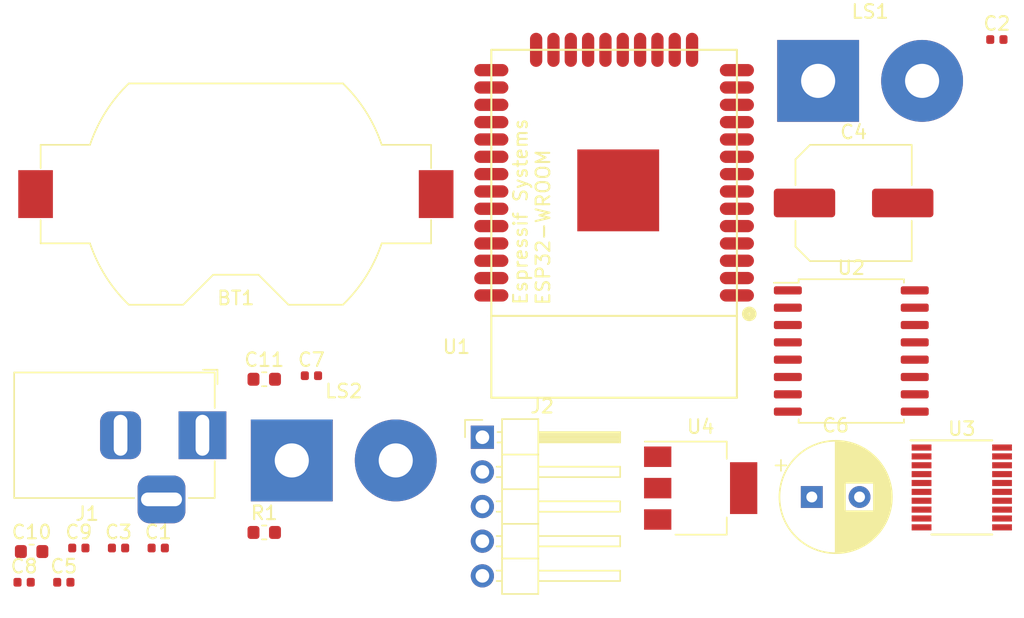
<source format=kicad_pcb>
(kicad_pcb (version 20171130) (host pcbnew 5.1.4+dfsg1-2)

  (general
    (thickness 1.6)
    (drawings 0)
    (tracks 0)
    (zones 0)
    (modules 21)
    (nets 48)
  )

  (page A4)
  (layers
    (0 F.Cu signal)
    (31 B.Cu signal)
    (32 B.Adhes user)
    (33 F.Adhes user)
    (34 B.Paste user)
    (35 F.Paste user)
    (36 B.SilkS user)
    (37 F.SilkS user)
    (38 B.Mask user)
    (39 F.Mask user)
    (40 Dwgs.User user)
    (41 Cmts.User user)
    (42 Eco1.User user)
    (43 Eco2.User user)
    (44 Edge.Cuts user)
    (45 Margin user)
    (46 B.CrtYd user)
    (47 F.CrtYd user)
    (48 B.Fab user)
    (49 F.Fab user)
  )

  (setup
    (last_trace_width 0.25)
    (trace_clearance 0.2)
    (zone_clearance 0.508)
    (zone_45_only no)
    (trace_min 0.2)
    (via_size 0.8)
    (via_drill 0.4)
    (via_min_size 0.4)
    (via_min_drill 0.3)
    (uvia_size 0.3)
    (uvia_drill 0.1)
    (uvias_allowed no)
    (uvia_min_size 0.2)
    (uvia_min_drill 0.1)
    (edge_width 0.05)
    (segment_width 0.2)
    (pcb_text_width 0.3)
    (pcb_text_size 1.5 1.5)
    (mod_edge_width 0.12)
    (mod_text_size 1 1)
    (mod_text_width 0.15)
    (pad_size 1.524 1.524)
    (pad_drill 0.762)
    (pad_to_mask_clearance 0.051)
    (solder_mask_min_width 0.25)
    (aux_axis_origin 0 0)
    (visible_elements FFFFFF7F)
    (pcbplotparams
      (layerselection 0x010fc_ffffffff)
      (usegerberextensions false)
      (usegerberattributes false)
      (usegerberadvancedattributes false)
      (creategerberjobfile false)
      (excludeedgelayer true)
      (linewidth 0.100000)
      (plotframeref false)
      (viasonmask false)
      (mode 1)
      (useauxorigin false)
      (hpglpennumber 1)
      (hpglpenspeed 20)
      (hpglpendiameter 15.000000)
      (psnegative false)
      (psa4output false)
      (plotreference true)
      (plotvalue true)
      (plotinvisibletext false)
      (padsonsilk false)
      (subtractmaskfromsilk false)
      (outputformat 1)
      (mirror false)
      (drillshape 1)
      (scaleselection 1)
      (outputdirectory ""))
  )

  (net 0 "")
  (net 1 GND)
  (net 2 "Net-(BT1-Pad1)")
  (net 3 /RTS)
  (net 4 +3V3)
  (net 5 +5V)
  (net 6 "Net-(C7-Pad1)")
  (net 7 "Net-(C8-Pad2)")
  (net 8 "Net-(C8-Pad1)")
  (net 9 "Net-(C9-Pad2)")
  (net 10 /DTR)
  (net 11 /TX)
  (net 12 /RX)
  (net 13 "Net-(LS1-Pad1)")
  (net 14 "Net-(LS2-Pad1)")
  (net 15 "Net-(U1-Pad4)")
  (net 16 "Net-(U1-Pad5)")
  (net 17 "Net-(U1-Pad6)")
  (net 18 "Net-(U1-Pad7)")
  (net 19 /LED_DATA)
  (net 20 "Net-(U1-Pad9)")
  (net 21 /LRCK)
  (net 22 /BCLK)
  (net 23 "Net-(U1-Pad12)")
  (net 24 "Net-(U1-Pad13)")
  (net 25 "Net-(U1-Pad14)")
  (net 26 "Net-(U1-Pad16)")
  (net 27 "Net-(U1-Pad17)")
  (net 28 "Net-(U1-Pad18)")
  (net 29 "Net-(U1-Pad19)")
  (net 30 "Net-(U1-Pad20)")
  (net 31 "Net-(U1-Pad21)")
  (net 32 "Net-(U1-Pad22)")
  (net 33 "Net-(U1-Pad23)")
  (net 34 "Net-(U1-Pad24)")
  (net 35 /I2SD)
  (net 36 "Net-(U1-Pad27)")
  (net 37 "Net-(U1-Pad28)")
  (net 38 "Net-(U1-Pad29)")
  (net 39 "Net-(U1-Pad30)")
  (net 40 "Net-(U1-Pad31)")
  (net 41 "Net-(U1-Pad32)")
  (net 42 /SDA)
  (net 43 /SCL)
  (net 44 "Net-(U1-Pad37)")
  (net 45 "Net-(U2-Pad4)")
  (net 46 "Net-(U2-Pad3)")
  (net 47 "Net-(U2-Pad1)")

  (net_class Default "Dies ist die voreingestellte Netzklasse."
    (clearance 0.2)
    (trace_width 0.25)
    (via_dia 0.8)
    (via_drill 0.4)
    (uvia_dia 0.3)
    (uvia_drill 0.1)
    (add_net +3V3)
    (add_net +5V)
    (add_net /BCLK)
    (add_net /DTR)
    (add_net /I2SD)
    (add_net /LED_DATA)
    (add_net /LRCK)
    (add_net /RTS)
    (add_net /RX)
    (add_net /SCL)
    (add_net /SDA)
    (add_net /TX)
    (add_net GND)
    (add_net "Net-(BT1-Pad1)")
    (add_net "Net-(C7-Pad1)")
    (add_net "Net-(C8-Pad1)")
    (add_net "Net-(C8-Pad2)")
    (add_net "Net-(C9-Pad2)")
    (add_net "Net-(LS1-Pad1)")
    (add_net "Net-(LS2-Pad1)")
    (add_net "Net-(U1-Pad12)")
    (add_net "Net-(U1-Pad13)")
    (add_net "Net-(U1-Pad14)")
    (add_net "Net-(U1-Pad16)")
    (add_net "Net-(U1-Pad17)")
    (add_net "Net-(U1-Pad18)")
    (add_net "Net-(U1-Pad19)")
    (add_net "Net-(U1-Pad20)")
    (add_net "Net-(U1-Pad21)")
    (add_net "Net-(U1-Pad22)")
    (add_net "Net-(U1-Pad23)")
    (add_net "Net-(U1-Pad24)")
    (add_net "Net-(U1-Pad27)")
    (add_net "Net-(U1-Pad28)")
    (add_net "Net-(U1-Pad29)")
    (add_net "Net-(U1-Pad30)")
    (add_net "Net-(U1-Pad31)")
    (add_net "Net-(U1-Pad32)")
    (add_net "Net-(U1-Pad37)")
    (add_net "Net-(U1-Pad4)")
    (add_net "Net-(U1-Pad5)")
    (add_net "Net-(U1-Pad6)")
    (add_net "Net-(U1-Pad7)")
    (add_net "Net-(U1-Pad9)")
    (add_net "Net-(U2-Pad1)")
    (add_net "Net-(U2-Pad3)")
    (add_net "Net-(U2-Pad4)")
  )

  (module Package_TO_SOT_SMD:SOT-223-3_TabPin2 (layer F.Cu) (tedit 5A02FF57) (tstamp 5DC3D010)
    (at 150.91 78.70103)
    (descr "module CMS SOT223 4 pins")
    (tags "CMS SOT")
    (path /5DC41BA9)
    (attr smd)
    (fp_text reference U4 (at 0 -4.5) (layer F.SilkS)
      (effects (font (size 1 1) (thickness 0.15)))
    )
    (fp_text value AP7361C-33E (at 0 4.5) (layer F.Fab)
      (effects (font (size 1 1) (thickness 0.15)))
    )
    (fp_line (start 1.85 -3.35) (end 1.85 3.35) (layer F.Fab) (width 0.1))
    (fp_line (start -1.85 3.35) (end 1.85 3.35) (layer F.Fab) (width 0.1))
    (fp_line (start -4.1 -3.41) (end 1.91 -3.41) (layer F.SilkS) (width 0.12))
    (fp_line (start -0.85 -3.35) (end 1.85 -3.35) (layer F.Fab) (width 0.1))
    (fp_line (start -1.85 3.41) (end 1.91 3.41) (layer F.SilkS) (width 0.12))
    (fp_line (start -1.85 -2.35) (end -1.85 3.35) (layer F.Fab) (width 0.1))
    (fp_line (start -1.85 -2.35) (end -0.85 -3.35) (layer F.Fab) (width 0.1))
    (fp_line (start -4.4 -3.6) (end -4.4 3.6) (layer F.CrtYd) (width 0.05))
    (fp_line (start -4.4 3.6) (end 4.4 3.6) (layer F.CrtYd) (width 0.05))
    (fp_line (start 4.4 3.6) (end 4.4 -3.6) (layer F.CrtYd) (width 0.05))
    (fp_line (start 4.4 -3.6) (end -4.4 -3.6) (layer F.CrtYd) (width 0.05))
    (fp_line (start 1.91 -3.41) (end 1.91 -2.15) (layer F.SilkS) (width 0.12))
    (fp_line (start 1.91 3.41) (end 1.91 2.15) (layer F.SilkS) (width 0.12))
    (fp_text user %R (at 0 0 90) (layer F.Fab)
      (effects (font (size 0.8 0.8) (thickness 0.12)))
    )
    (pad 1 smd rect (at -3.15 -2.3) (size 2 1.5) (layers F.Cu F.Paste F.Mask)
      (net 5 +5V))
    (pad 3 smd rect (at -3.15 2.3) (size 2 1.5) (layers F.Cu F.Paste F.Mask)
      (net 4 +3V3))
    (pad 2 smd rect (at -3.15 0) (size 2 1.5) (layers F.Cu F.Paste F.Mask)
      (net 1 GND))
    (pad 2 smd rect (at 3.15 0) (size 2 3.8) (layers F.Cu F.Paste F.Mask)
      (net 1 GND))
    (model ${KISYS3DMOD}/Package_TO_SOT_SMD.3dshapes/SOT-223.wrl
      (at (xyz 0 0 0))
      (scale (xyz 1 1 1))
      (rotate (xyz 0 0 0))
    )
  )

  (module Package_SO:TSSOP-20_4.4x6.5mm_P0.65mm (layer F.Cu) (tedit 5A02F25C) (tstamp 5DC3CFFA)
    (at 170.05 78.65103)
    (descr "20-Lead Plastic Thin Shrink Small Outline (ST)-4.4 mm Body [TSSOP] (see Microchip Packaging Specification 00000049BS.pdf)")
    (tags "SSOP 0.65")
    (path /5DC52822)
    (attr smd)
    (fp_text reference U3 (at 0 -4.3) (layer F.SilkS)
      (effects (font (size 1 1) (thickness 0.15)))
    )
    (fp_text value PCM5102 (at 0 4.3) (layer F.Fab)
      (effects (font (size 1 1) (thickness 0.15)))
    )
    (fp_text user %R (at 0 0) (layer F.Fab)
      (effects (font (size 0.8 0.8) (thickness 0.15)))
    )
    (fp_line (start -3.75 -3.45) (end 2.225 -3.45) (layer F.SilkS) (width 0.15))
    (fp_line (start -2.225 3.45) (end 2.225 3.45) (layer F.SilkS) (width 0.15))
    (fp_line (start -3.95 3.55) (end 3.95 3.55) (layer F.CrtYd) (width 0.05))
    (fp_line (start -3.95 -3.55) (end 3.95 -3.55) (layer F.CrtYd) (width 0.05))
    (fp_line (start 3.95 -3.55) (end 3.95 3.55) (layer F.CrtYd) (width 0.05))
    (fp_line (start -3.95 -3.55) (end -3.95 3.55) (layer F.CrtYd) (width 0.05))
    (fp_line (start -2.2 -2.25) (end -1.2 -3.25) (layer F.Fab) (width 0.15))
    (fp_line (start -2.2 3.25) (end -2.2 -2.25) (layer F.Fab) (width 0.15))
    (fp_line (start 2.2 3.25) (end -2.2 3.25) (layer F.Fab) (width 0.15))
    (fp_line (start 2.2 -3.25) (end 2.2 3.25) (layer F.Fab) (width 0.15))
    (fp_line (start -1.2 -3.25) (end 2.2 -3.25) (layer F.Fab) (width 0.15))
    (pad 20 smd rect (at 2.95 -2.925) (size 1.45 0.45) (layers F.Cu F.Paste F.Mask)
      (net 4 +3V3))
    (pad 19 smd rect (at 2.95 -2.275) (size 1.45 0.45) (layers F.Cu F.Paste F.Mask)
      (net 1 GND))
    (pad 18 smd rect (at 2.95 -1.625) (size 1.45 0.45) (layers F.Cu F.Paste F.Mask)
      (net 9 "Net-(C9-Pad2)"))
    (pad 17 smd rect (at 2.95 -0.975) (size 1.45 0.45) (layers F.Cu F.Paste F.Mask)
      (net 4 +3V3))
    (pad 16 smd rect (at 2.95 -0.325) (size 1.45 0.45) (layers F.Cu F.Paste F.Mask)
      (net 1 GND))
    (pad 15 smd rect (at 2.95 0.325) (size 1.45 0.45) (layers F.Cu F.Paste F.Mask)
      (net 21 /LRCK))
    (pad 14 smd rect (at 2.95 0.975) (size 1.45 0.45) (layers F.Cu F.Paste F.Mask)
      (net 35 /I2SD))
    (pad 13 smd rect (at 2.95 1.625) (size 1.45 0.45) (layers F.Cu F.Paste F.Mask)
      (net 22 /BCLK))
    (pad 12 smd rect (at 2.95 2.275) (size 1.45 0.45) (layers F.Cu F.Paste F.Mask)
      (net 1 GND))
    (pad 11 smd rect (at 2.95 2.925) (size 1.45 0.45) (layers F.Cu F.Paste F.Mask)
      (net 1 GND))
    (pad 10 smd rect (at -2.95 2.925) (size 1.45 0.45) (layers F.Cu F.Paste F.Mask)
      (net 1 GND))
    (pad 9 smd rect (at -2.95 2.275) (size 1.45 0.45) (layers F.Cu F.Paste F.Mask)
      (net 1 GND))
    (pad 8 smd rect (at -2.95 1.625) (size 1.45 0.45) (layers F.Cu F.Paste F.Mask)
      (net 4 +3V3))
    (pad 7 smd rect (at -2.95 0.975) (size 1.45 0.45) (layers F.Cu F.Paste F.Mask)
      (net 14 "Net-(LS2-Pad1)"))
    (pad 6 smd rect (at -2.95 0.325) (size 1.45 0.45) (layers F.Cu F.Paste F.Mask)
      (net 13 "Net-(LS1-Pad1)"))
    (pad 5 smd rect (at -2.95 -0.325) (size 1.45 0.45) (layers F.Cu F.Paste F.Mask)
      (net 6 "Net-(C7-Pad1)"))
    (pad 4 smd rect (at -2.95 -0.975) (size 1.45 0.45) (layers F.Cu F.Paste F.Mask)
      (net 7 "Net-(C8-Pad2)"))
    (pad 3 smd rect (at -2.95 -1.625) (size 1.45 0.45) (layers F.Cu F.Paste F.Mask)
      (net 1 GND))
    (pad 2 smd rect (at -2.95 -2.275) (size 1.45 0.45) (layers F.Cu F.Paste F.Mask)
      (net 8 "Net-(C8-Pad1)"))
    (pad 1 smd rect (at -2.95 -2.925) (size 1.45 0.45) (layers F.Cu F.Paste F.Mask)
      (net 4 +3V3))
    (model ${KISYS3DMOD}/Package_SO.3dshapes/TSSOP-20_4.4x6.5mm_P0.65mm.wrl
      (at (xyz 0 0 0))
      (scale (xyz 1 1 1))
      (rotate (xyz 0 0 0))
    )
  )

  (module Package_SO:SOIC-16W_7.5x10.3mm_P1.27mm (layer F.Cu) (tedit 5C97300E) (tstamp 5DC3CFD6)
    (at 161.95 68.65103)
    (descr "SOIC, 16 Pin (JEDEC MS-013AA, https://www.analog.com/media/en/package-pcb-resources/package/pkg_pdf/soic_wide-rw/rw_16.pdf), generated with kicad-footprint-generator ipc_gullwing_generator.py")
    (tags "SOIC SO")
    (path /5DC2811A)
    (attr smd)
    (fp_text reference U2 (at 0 -6.1) (layer F.SilkS)
      (effects (font (size 1 1) (thickness 0.15)))
    )
    (fp_text value DS3231M (at 0 6.1) (layer F.Fab)
      (effects (font (size 1 1) (thickness 0.15)))
    )
    (fp_text user %R (at 0 0) (layer F.Fab)
      (effects (font (size 1 1) (thickness 0.15)))
    )
    (fp_line (start 5.93 -5.4) (end -5.93 -5.4) (layer F.CrtYd) (width 0.05))
    (fp_line (start 5.93 5.4) (end 5.93 -5.4) (layer F.CrtYd) (width 0.05))
    (fp_line (start -5.93 5.4) (end 5.93 5.4) (layer F.CrtYd) (width 0.05))
    (fp_line (start -5.93 -5.4) (end -5.93 5.4) (layer F.CrtYd) (width 0.05))
    (fp_line (start -3.75 -4.15) (end -2.75 -5.15) (layer F.Fab) (width 0.1))
    (fp_line (start -3.75 5.15) (end -3.75 -4.15) (layer F.Fab) (width 0.1))
    (fp_line (start 3.75 5.15) (end -3.75 5.15) (layer F.Fab) (width 0.1))
    (fp_line (start 3.75 -5.15) (end 3.75 5.15) (layer F.Fab) (width 0.1))
    (fp_line (start -2.75 -5.15) (end 3.75 -5.15) (layer F.Fab) (width 0.1))
    (fp_line (start -3.86 -5.005) (end -5.675 -5.005) (layer F.SilkS) (width 0.12))
    (fp_line (start -3.86 -5.26) (end -3.86 -5.005) (layer F.SilkS) (width 0.12))
    (fp_line (start 0 -5.26) (end -3.86 -5.26) (layer F.SilkS) (width 0.12))
    (fp_line (start 3.86 -5.26) (end 3.86 -5.005) (layer F.SilkS) (width 0.12))
    (fp_line (start 0 -5.26) (end 3.86 -5.26) (layer F.SilkS) (width 0.12))
    (fp_line (start -3.86 5.26) (end -3.86 5.005) (layer F.SilkS) (width 0.12))
    (fp_line (start 0 5.26) (end -3.86 5.26) (layer F.SilkS) (width 0.12))
    (fp_line (start 3.86 5.26) (end 3.86 5.005) (layer F.SilkS) (width 0.12))
    (fp_line (start 0 5.26) (end 3.86 5.26) (layer F.SilkS) (width 0.12))
    (pad 16 smd roundrect (at 4.65 -4.445) (size 2.05 0.6) (layers F.Cu F.Paste F.Mask) (roundrect_rratio 0.25)
      (net 43 /SCL))
    (pad 15 smd roundrect (at 4.65 -3.175) (size 2.05 0.6) (layers F.Cu F.Paste F.Mask) (roundrect_rratio 0.25)
      (net 42 /SDA))
    (pad 14 smd roundrect (at 4.65 -1.905) (size 2.05 0.6) (layers F.Cu F.Paste F.Mask) (roundrect_rratio 0.25)
      (net 2 "Net-(BT1-Pad1)"))
    (pad 13 smd roundrect (at 4.65 -0.635) (size 2.05 0.6) (layers F.Cu F.Paste F.Mask) (roundrect_rratio 0.25)
      (net 1 GND))
    (pad 12 smd roundrect (at 4.65 0.635) (size 2.05 0.6) (layers F.Cu F.Paste F.Mask) (roundrect_rratio 0.25)
      (net 1 GND))
    (pad 11 smd roundrect (at 4.65 1.905) (size 2.05 0.6) (layers F.Cu F.Paste F.Mask) (roundrect_rratio 0.25)
      (net 1 GND))
    (pad 10 smd roundrect (at 4.65 3.175) (size 2.05 0.6) (layers F.Cu F.Paste F.Mask) (roundrect_rratio 0.25)
      (net 1 GND))
    (pad 9 smd roundrect (at 4.65 4.445) (size 2.05 0.6) (layers F.Cu F.Paste F.Mask) (roundrect_rratio 0.25)
      (net 1 GND))
    (pad 8 smd roundrect (at -4.65 4.445) (size 2.05 0.6) (layers F.Cu F.Paste F.Mask) (roundrect_rratio 0.25)
      (net 1 GND))
    (pad 7 smd roundrect (at -4.65 3.175) (size 2.05 0.6) (layers F.Cu F.Paste F.Mask) (roundrect_rratio 0.25)
      (net 1 GND))
    (pad 6 smd roundrect (at -4.65 1.905) (size 2.05 0.6) (layers F.Cu F.Paste F.Mask) (roundrect_rratio 0.25)
      (net 1 GND))
    (pad 5 smd roundrect (at -4.65 0.635) (size 2.05 0.6) (layers F.Cu F.Paste F.Mask) (roundrect_rratio 0.25)
      (net 1 GND))
    (pad 4 smd roundrect (at -4.65 -0.635) (size 2.05 0.6) (layers F.Cu F.Paste F.Mask) (roundrect_rratio 0.25)
      (net 45 "Net-(U2-Pad4)"))
    (pad 3 smd roundrect (at -4.65 -1.905) (size 2.05 0.6) (layers F.Cu F.Paste F.Mask) (roundrect_rratio 0.25)
      (net 46 "Net-(U2-Pad3)"))
    (pad 2 smd roundrect (at -4.65 -3.175) (size 2.05 0.6) (layers F.Cu F.Paste F.Mask) (roundrect_rratio 0.25)
      (net 4 +3V3))
    (pad 1 smd roundrect (at -4.65 -4.445) (size 2.05 0.6) (layers F.Cu F.Paste F.Mask) (roundrect_rratio 0.25)
      (net 47 "Net-(U2-Pad1)"))
    (model ${KISYS3DMOD}/Package_SO.3dshapes/SOIC-16W_7.5x10.3mm_P1.27mm.wrl
      (at (xyz 0 0 0))
      (scale (xyz 1 1 1))
      (rotate (xyz 0 0 0))
    )
  )

  (module ESP32-footprints-Lib:ESP32-WROOM (layer F.Cu) (tedit 57D08EA8) (tstamp 5DC3CFAF)
    (at 144.564999 59.326029)
    (path /5DC2247A)
    (fp_text reference U1 (at -11.557 9.017) (layer F.SilkS)
      (effects (font (size 1 1) (thickness 0.15)))
    )
    (fp_text value ESP32-WROOM (at 5.715 14.224) (layer F.Fab)
      (effects (font (size 1 1) (thickness 0.15)))
    )
    (fp_line (start -9 12.75) (end 9 12.75) (layer F.SilkS) (width 0.15))
    (fp_line (start -9 -12.75) (end 9 -12.75) (layer F.SilkS) (width 0.15))
    (fp_line (start -9 12.75) (end -9 -12.75) (layer F.SilkS) (width 0.15))
    (fp_line (start 9 12.75) (end 9 -12.75) (layer F.SilkS) (width 0.15))
    (fp_line (start -9 6.75) (end 9 6.75) (layer F.SilkS) (width 0.15))
    (fp_text user ESP32-WROOM (at -5.207 0.254 90) (layer F.SilkS)
      (effects (font (size 1 1) (thickness 0.15)))
    )
    (fp_circle (center 9.906 6.604) (end 10.033 6.858) (layer F.SilkS) (width 0.5))
    (fp_text user "Espressif Systems" (at -6.858 -0.889 90) (layer F.SilkS)
      (effects (font (size 1 1) (thickness 0.15)))
    )
    (pad 39 smd rect (at 0.3 -2.45) (size 6 6) (layers F.Cu F.Paste F.Mask)
      (net 1 GND))
    (pad 1 smd oval (at 9 5.25) (size 2.5 0.9) (layers F.Cu F.Paste F.Mask)
      (net 1 GND))
    (pad 2 smd oval (at 9 3.98) (size 2.5 0.9) (layers F.Cu F.Paste F.Mask)
      (net 4 +3V3))
    (pad 3 smd oval (at 9 2.71) (size 2.5 0.9) (layers F.Cu F.Paste F.Mask)
      (net 3 /RTS))
    (pad 4 smd oval (at 9 1.44) (size 2.5 0.9) (layers F.Cu F.Paste F.Mask)
      (net 15 "Net-(U1-Pad4)"))
    (pad 5 smd oval (at 9 0.17) (size 2.5 0.9) (layers F.Cu F.Paste F.Mask)
      (net 16 "Net-(U1-Pad5)"))
    (pad 6 smd oval (at 9 -1.1) (size 2.5 0.9) (layers F.Cu F.Paste F.Mask)
      (net 17 "Net-(U1-Pad6)"))
    (pad 7 smd oval (at 9 -2.37) (size 2.5 0.9) (layers F.Cu F.Paste F.Mask)
      (net 18 "Net-(U1-Pad7)"))
    (pad 8 smd oval (at 9 -3.64) (size 2.5 0.9) (layers F.Cu F.Paste F.Mask)
      (net 19 /LED_DATA))
    (pad 9 smd oval (at 9 -4.91) (size 2.5 0.9) (layers F.Cu F.Paste F.Mask)
      (net 20 "Net-(U1-Pad9)"))
    (pad 10 smd oval (at 9 -6.18) (size 2.5 0.9) (layers F.Cu F.Paste F.Mask)
      (net 21 /LRCK))
    (pad 11 smd oval (at 9 -7.45) (size 2.5 0.9) (layers F.Cu F.Paste F.Mask)
      (net 22 /BCLK))
    (pad 12 smd oval (at 9 -8.72) (size 2.5 0.9) (layers F.Cu F.Paste F.Mask)
      (net 23 "Net-(U1-Pad12)"))
    (pad 13 smd oval (at 9 -9.99) (size 2.5 0.9) (layers F.Cu F.Paste F.Mask)
      (net 24 "Net-(U1-Pad13)"))
    (pad 14 smd oval (at 9 -11.26) (size 2.5 0.9) (layers F.Cu F.Paste F.Mask)
      (net 25 "Net-(U1-Pad14)"))
    (pad 15 smd oval (at 5.715 -12.75) (size 0.9 2.5) (layers F.Cu F.Paste F.Mask)
      (net 1 GND))
    (pad 16 smd oval (at 4.445 -12.75) (size 0.9 2.5) (layers F.Cu F.Paste F.Mask)
      (net 26 "Net-(U1-Pad16)"))
    (pad 17 smd oval (at 3.175 -12.75) (size 0.9 2.5) (layers F.Cu F.Paste F.Mask)
      (net 27 "Net-(U1-Pad17)"))
    (pad 18 smd oval (at 1.905 -12.75) (size 0.9 2.5) (layers F.Cu F.Paste F.Mask)
      (net 28 "Net-(U1-Pad18)"))
    (pad 19 smd oval (at 0.635 -12.75) (size 0.9 2.5) (layers F.Cu F.Paste F.Mask)
      (net 29 "Net-(U1-Pad19)"))
    (pad 20 smd oval (at -0.635 -12.75) (size 0.9 2.5) (layers F.Cu F.Paste F.Mask)
      (net 30 "Net-(U1-Pad20)"))
    (pad 21 smd oval (at -1.905 -12.75) (size 0.9 2.5) (layers F.Cu F.Paste F.Mask)
      (net 31 "Net-(U1-Pad21)"))
    (pad 22 smd oval (at -3.175 -12.75) (size 0.9 2.5) (layers F.Cu F.Paste F.Mask)
      (net 32 "Net-(U1-Pad22)"))
    (pad 23 smd oval (at -4.445 -12.75) (size 0.9 2.5) (layers F.Cu F.Paste F.Mask)
      (net 33 "Net-(U1-Pad23)"))
    (pad 24 smd oval (at -5.715 -12.75) (size 0.9 2.5) (layers F.Cu F.Paste F.Mask)
      (net 34 "Net-(U1-Pad24)"))
    (pad 25 smd oval (at -9 -11.26) (size 2.5 0.9) (layers F.Cu F.Paste F.Mask)
      (net 10 /DTR))
    (pad 26 smd oval (at -9 -9.99) (size 2.5 0.9) (layers F.Cu F.Paste F.Mask)
      (net 35 /I2SD))
    (pad 27 smd oval (at -9 -8.72) (size 2.5 0.9) (layers F.Cu F.Paste F.Mask)
      (net 36 "Net-(U1-Pad27)"))
    (pad 28 smd oval (at -9 -7.45) (size 2.5 0.9) (layers F.Cu F.Paste F.Mask)
      (net 37 "Net-(U1-Pad28)"))
    (pad 29 smd oval (at -9 -6.18) (size 2.5 0.9) (layers F.Cu F.Paste F.Mask)
      (net 38 "Net-(U1-Pad29)"))
    (pad 30 smd oval (at -9 -4.91) (size 2.5 0.9) (layers F.Cu F.Paste F.Mask)
      (net 39 "Net-(U1-Pad30)"))
    (pad 31 smd oval (at -9 -3.64) (size 2.5 0.9) (layers F.Cu F.Paste F.Mask)
      (net 40 "Net-(U1-Pad31)"))
    (pad 32 smd oval (at -9 -2.37) (size 2.5 0.9) (layers F.Cu F.Paste F.Mask)
      (net 41 "Net-(U1-Pad32)"))
    (pad 33 smd oval (at -9 -1.1) (size 2.5 0.9) (layers F.Cu F.Paste F.Mask)
      (net 42 /SDA))
    (pad 34 smd oval (at -9 0.17) (size 2.5 0.9) (layers F.Cu F.Paste F.Mask)
      (net 12 /RX))
    (pad 35 smd oval (at -9 1.44) (size 2.5 0.9) (layers F.Cu F.Paste F.Mask)
      (net 11 /TX))
    (pad 36 smd oval (at -9 2.71) (size 2.5 0.9) (layers F.Cu F.Paste F.Mask)
      (net 43 /SCL))
    (pad 37 smd oval (at -9 3.98) (size 2.5 0.9) (layers F.Cu F.Paste F.Mask)
      (net 44 "Net-(U1-Pad37)"))
    (pad 38 smd oval (at -9 5.25) (size 2.5 0.9) (layers F.Cu F.Paste F.Mask)
      (net 1 GND))
  )

  (module Resistor_SMD:R_0603_1608Metric (layer F.Cu) (tedit 5B301BBD) (tstamp 5DC3CF7C)
    (at 118.92 81.95103)
    (descr "Resistor SMD 0603 (1608 Metric), square (rectangular) end terminal, IPC_7351 nominal, (Body size source: http://www.tortai-tech.com/upload/download/2011102023233369053.pdf), generated with kicad-footprint-generator")
    (tags resistor)
    (path /5DC505CD)
    (attr smd)
    (fp_text reference R1 (at 0 -1.43) (layer F.SilkS)
      (effects (font (size 1 1) (thickness 0.15)))
    )
    (fp_text value 10k (at 0 1.43) (layer F.Fab)
      (effects (font (size 1 1) (thickness 0.15)))
    )
    (fp_text user %R (at 0 0) (layer F.Fab)
      (effects (font (size 0.4 0.4) (thickness 0.06)))
    )
    (fp_line (start 1.48 0.73) (end -1.48 0.73) (layer F.CrtYd) (width 0.05))
    (fp_line (start 1.48 -0.73) (end 1.48 0.73) (layer F.CrtYd) (width 0.05))
    (fp_line (start -1.48 -0.73) (end 1.48 -0.73) (layer F.CrtYd) (width 0.05))
    (fp_line (start -1.48 0.73) (end -1.48 -0.73) (layer F.CrtYd) (width 0.05))
    (fp_line (start -0.162779 0.51) (end 0.162779 0.51) (layer F.SilkS) (width 0.12))
    (fp_line (start -0.162779 -0.51) (end 0.162779 -0.51) (layer F.SilkS) (width 0.12))
    (fp_line (start 0.8 0.4) (end -0.8 0.4) (layer F.Fab) (width 0.1))
    (fp_line (start 0.8 -0.4) (end 0.8 0.4) (layer F.Fab) (width 0.1))
    (fp_line (start -0.8 -0.4) (end 0.8 -0.4) (layer F.Fab) (width 0.1))
    (fp_line (start -0.8 0.4) (end -0.8 -0.4) (layer F.Fab) (width 0.1))
    (pad 2 smd roundrect (at 0.7875 0) (size 0.875 0.95) (layers F.Cu F.Paste F.Mask) (roundrect_rratio 0.25)
      (net 3 /RTS))
    (pad 1 smd roundrect (at -0.7875 0) (size 0.875 0.95) (layers F.Cu F.Paste F.Mask) (roundrect_rratio 0.25)
      (net 4 +3V3))
    (model ${KISYS3DMOD}/Resistor_SMD.3dshapes/R_0603_1608Metric.wrl
      (at (xyz 0 0 0))
      (scale (xyz 1 1 1))
      (rotate (xyz 0 0 0))
    )
  )

  (module Connector_Wire:SolderWirePad_1x02_P7.62mm_Drill2.5mm (layer F.Cu) (tedit 5AEE5F2F) (tstamp 5DC3CF6B)
    (at 120.94 76.67103)
    (descr "Wire solder connection")
    (tags connector)
    (path /5DCA1CEC)
    (attr virtual)
    (fp_text reference LS2 (at 3.81 -5.08) (layer F.SilkS)
      (effects (font (size 1 1) (thickness 0.15)))
    )
    (fp_text value Speaker (at 3.81 4.445) (layer F.Fab)
      (effects (font (size 1 1) (thickness 0.15)))
    )
    (fp_line (start 11.12 3.5) (end -3.5 3.5) (layer F.CrtYd) (width 0.05))
    (fp_line (start 11.12 3.5) (end 11.12 -3.5) (layer F.CrtYd) (width 0.05))
    (fp_line (start -3.5 -3.5) (end -3.5 3.5) (layer F.CrtYd) (width 0.05))
    (fp_line (start -3.5 -3.5) (end 11.12 -3.5) (layer F.CrtYd) (width 0.05))
    (fp_text user %R (at 3.81 0) (layer F.Fab)
      (effects (font (size 1 1) (thickness 0.15)))
    )
    (pad 2 thru_hole circle (at 7.62 0) (size 5.99948 5.99948) (drill 2.49936) (layers *.Cu *.Mask)
      (net 1 GND))
    (pad 1 thru_hole rect (at 0 0) (size 5.99948 5.99948) (drill 2.49936) (layers *.Cu *.Mask)
      (net 14 "Net-(LS2-Pad1)"))
  )

  (module Connector_Wire:SolderWirePad_1x02_P7.62mm_Drill2.5mm (layer F.Cu) (tedit 5AEE5F2F) (tstamp 5DC3CF60)
    (at 159.52 48.85103)
    (descr "Wire solder connection")
    (tags connector)
    (path /5DCA0C56)
    (attr virtual)
    (fp_text reference LS1 (at 3.81 -5.08) (layer F.SilkS)
      (effects (font (size 1 1) (thickness 0.15)))
    )
    (fp_text value Speaker (at 3.81 4.445) (layer F.Fab)
      (effects (font (size 1 1) (thickness 0.15)))
    )
    (fp_line (start 11.12 3.5) (end -3.5 3.5) (layer F.CrtYd) (width 0.05))
    (fp_line (start 11.12 3.5) (end 11.12 -3.5) (layer F.CrtYd) (width 0.05))
    (fp_line (start -3.5 -3.5) (end -3.5 3.5) (layer F.CrtYd) (width 0.05))
    (fp_line (start -3.5 -3.5) (end 11.12 -3.5) (layer F.CrtYd) (width 0.05))
    (fp_text user %R (at 3.81 0) (layer F.Fab)
      (effects (font (size 1 1) (thickness 0.15)))
    )
    (pad 2 thru_hole circle (at 7.62 0) (size 5.99948 5.99948) (drill 2.49936) (layers *.Cu *.Mask)
      (net 1 GND))
    (pad 1 thru_hole rect (at 0 0) (size 5.99948 5.99948) (drill 2.49936) (layers *.Cu *.Mask)
      (net 13 "Net-(LS1-Pad1)"))
  )

  (module Connector_PinHeader_2.54mm:PinHeader_1x05_P2.54mm_Horizontal (layer F.Cu) (tedit 59FED5CB) (tstamp 5DC3CF55)
    (at 134.91 74.97103)
    (descr "Through hole angled pin header, 1x05, 2.54mm pitch, 6mm pin length, single row")
    (tags "Through hole angled pin header THT 1x05 2.54mm single row")
    (path /5DC3B538)
    (fp_text reference J2 (at 4.385 -2.27) (layer F.SilkS)
      (effects (font (size 1 1) (thickness 0.15)))
    )
    (fp_text value Conn_01x05_Male (at 4.385 12.43) (layer F.Fab)
      (effects (font (size 1 1) (thickness 0.15)))
    )
    (fp_text user %R (at 2.77 5.08 90) (layer F.Fab)
      (effects (font (size 1 1) (thickness 0.15)))
    )
    (fp_line (start 10.55 -1.8) (end -1.8 -1.8) (layer F.CrtYd) (width 0.05))
    (fp_line (start 10.55 11.95) (end 10.55 -1.8) (layer F.CrtYd) (width 0.05))
    (fp_line (start -1.8 11.95) (end 10.55 11.95) (layer F.CrtYd) (width 0.05))
    (fp_line (start -1.8 -1.8) (end -1.8 11.95) (layer F.CrtYd) (width 0.05))
    (fp_line (start -1.27 -1.27) (end 0 -1.27) (layer F.SilkS) (width 0.12))
    (fp_line (start -1.27 0) (end -1.27 -1.27) (layer F.SilkS) (width 0.12))
    (fp_line (start 1.042929 10.54) (end 1.44 10.54) (layer F.SilkS) (width 0.12))
    (fp_line (start 1.042929 9.78) (end 1.44 9.78) (layer F.SilkS) (width 0.12))
    (fp_line (start 10.1 10.54) (end 4.1 10.54) (layer F.SilkS) (width 0.12))
    (fp_line (start 10.1 9.78) (end 10.1 10.54) (layer F.SilkS) (width 0.12))
    (fp_line (start 4.1 9.78) (end 10.1 9.78) (layer F.SilkS) (width 0.12))
    (fp_line (start 1.44 8.89) (end 4.1 8.89) (layer F.SilkS) (width 0.12))
    (fp_line (start 1.042929 8) (end 1.44 8) (layer F.SilkS) (width 0.12))
    (fp_line (start 1.042929 7.24) (end 1.44 7.24) (layer F.SilkS) (width 0.12))
    (fp_line (start 10.1 8) (end 4.1 8) (layer F.SilkS) (width 0.12))
    (fp_line (start 10.1 7.24) (end 10.1 8) (layer F.SilkS) (width 0.12))
    (fp_line (start 4.1 7.24) (end 10.1 7.24) (layer F.SilkS) (width 0.12))
    (fp_line (start 1.44 6.35) (end 4.1 6.35) (layer F.SilkS) (width 0.12))
    (fp_line (start 1.042929 5.46) (end 1.44 5.46) (layer F.SilkS) (width 0.12))
    (fp_line (start 1.042929 4.7) (end 1.44 4.7) (layer F.SilkS) (width 0.12))
    (fp_line (start 10.1 5.46) (end 4.1 5.46) (layer F.SilkS) (width 0.12))
    (fp_line (start 10.1 4.7) (end 10.1 5.46) (layer F.SilkS) (width 0.12))
    (fp_line (start 4.1 4.7) (end 10.1 4.7) (layer F.SilkS) (width 0.12))
    (fp_line (start 1.44 3.81) (end 4.1 3.81) (layer F.SilkS) (width 0.12))
    (fp_line (start 1.042929 2.92) (end 1.44 2.92) (layer F.SilkS) (width 0.12))
    (fp_line (start 1.042929 2.16) (end 1.44 2.16) (layer F.SilkS) (width 0.12))
    (fp_line (start 10.1 2.92) (end 4.1 2.92) (layer F.SilkS) (width 0.12))
    (fp_line (start 10.1 2.16) (end 10.1 2.92) (layer F.SilkS) (width 0.12))
    (fp_line (start 4.1 2.16) (end 10.1 2.16) (layer F.SilkS) (width 0.12))
    (fp_line (start 1.44 1.27) (end 4.1 1.27) (layer F.SilkS) (width 0.12))
    (fp_line (start 1.11 0.38) (end 1.44 0.38) (layer F.SilkS) (width 0.12))
    (fp_line (start 1.11 -0.38) (end 1.44 -0.38) (layer F.SilkS) (width 0.12))
    (fp_line (start 4.1 0.28) (end 10.1 0.28) (layer F.SilkS) (width 0.12))
    (fp_line (start 4.1 0.16) (end 10.1 0.16) (layer F.SilkS) (width 0.12))
    (fp_line (start 4.1 0.04) (end 10.1 0.04) (layer F.SilkS) (width 0.12))
    (fp_line (start 4.1 -0.08) (end 10.1 -0.08) (layer F.SilkS) (width 0.12))
    (fp_line (start 4.1 -0.2) (end 10.1 -0.2) (layer F.SilkS) (width 0.12))
    (fp_line (start 4.1 -0.32) (end 10.1 -0.32) (layer F.SilkS) (width 0.12))
    (fp_line (start 10.1 0.38) (end 4.1 0.38) (layer F.SilkS) (width 0.12))
    (fp_line (start 10.1 -0.38) (end 10.1 0.38) (layer F.SilkS) (width 0.12))
    (fp_line (start 4.1 -0.38) (end 10.1 -0.38) (layer F.SilkS) (width 0.12))
    (fp_line (start 4.1 -1.33) (end 1.44 -1.33) (layer F.SilkS) (width 0.12))
    (fp_line (start 4.1 11.49) (end 4.1 -1.33) (layer F.SilkS) (width 0.12))
    (fp_line (start 1.44 11.49) (end 4.1 11.49) (layer F.SilkS) (width 0.12))
    (fp_line (start 1.44 -1.33) (end 1.44 11.49) (layer F.SilkS) (width 0.12))
    (fp_line (start 4.04 10.48) (end 10.04 10.48) (layer F.Fab) (width 0.1))
    (fp_line (start 10.04 9.84) (end 10.04 10.48) (layer F.Fab) (width 0.1))
    (fp_line (start 4.04 9.84) (end 10.04 9.84) (layer F.Fab) (width 0.1))
    (fp_line (start -0.32 10.48) (end 1.5 10.48) (layer F.Fab) (width 0.1))
    (fp_line (start -0.32 9.84) (end -0.32 10.48) (layer F.Fab) (width 0.1))
    (fp_line (start -0.32 9.84) (end 1.5 9.84) (layer F.Fab) (width 0.1))
    (fp_line (start 4.04 7.94) (end 10.04 7.94) (layer F.Fab) (width 0.1))
    (fp_line (start 10.04 7.3) (end 10.04 7.94) (layer F.Fab) (width 0.1))
    (fp_line (start 4.04 7.3) (end 10.04 7.3) (layer F.Fab) (width 0.1))
    (fp_line (start -0.32 7.94) (end 1.5 7.94) (layer F.Fab) (width 0.1))
    (fp_line (start -0.32 7.3) (end -0.32 7.94) (layer F.Fab) (width 0.1))
    (fp_line (start -0.32 7.3) (end 1.5 7.3) (layer F.Fab) (width 0.1))
    (fp_line (start 4.04 5.4) (end 10.04 5.4) (layer F.Fab) (width 0.1))
    (fp_line (start 10.04 4.76) (end 10.04 5.4) (layer F.Fab) (width 0.1))
    (fp_line (start 4.04 4.76) (end 10.04 4.76) (layer F.Fab) (width 0.1))
    (fp_line (start -0.32 5.4) (end 1.5 5.4) (layer F.Fab) (width 0.1))
    (fp_line (start -0.32 4.76) (end -0.32 5.4) (layer F.Fab) (width 0.1))
    (fp_line (start -0.32 4.76) (end 1.5 4.76) (layer F.Fab) (width 0.1))
    (fp_line (start 4.04 2.86) (end 10.04 2.86) (layer F.Fab) (width 0.1))
    (fp_line (start 10.04 2.22) (end 10.04 2.86) (layer F.Fab) (width 0.1))
    (fp_line (start 4.04 2.22) (end 10.04 2.22) (layer F.Fab) (width 0.1))
    (fp_line (start -0.32 2.86) (end 1.5 2.86) (layer F.Fab) (width 0.1))
    (fp_line (start -0.32 2.22) (end -0.32 2.86) (layer F.Fab) (width 0.1))
    (fp_line (start -0.32 2.22) (end 1.5 2.22) (layer F.Fab) (width 0.1))
    (fp_line (start 4.04 0.32) (end 10.04 0.32) (layer F.Fab) (width 0.1))
    (fp_line (start 10.04 -0.32) (end 10.04 0.32) (layer F.Fab) (width 0.1))
    (fp_line (start 4.04 -0.32) (end 10.04 -0.32) (layer F.Fab) (width 0.1))
    (fp_line (start -0.32 0.32) (end 1.5 0.32) (layer F.Fab) (width 0.1))
    (fp_line (start -0.32 -0.32) (end -0.32 0.32) (layer F.Fab) (width 0.1))
    (fp_line (start -0.32 -0.32) (end 1.5 -0.32) (layer F.Fab) (width 0.1))
    (fp_line (start 1.5 -0.635) (end 2.135 -1.27) (layer F.Fab) (width 0.1))
    (fp_line (start 1.5 11.43) (end 1.5 -0.635) (layer F.Fab) (width 0.1))
    (fp_line (start 4.04 11.43) (end 1.5 11.43) (layer F.Fab) (width 0.1))
    (fp_line (start 4.04 -1.27) (end 4.04 11.43) (layer F.Fab) (width 0.1))
    (fp_line (start 2.135 -1.27) (end 4.04 -1.27) (layer F.Fab) (width 0.1))
    (pad 5 thru_hole oval (at 0 10.16) (size 1.7 1.7) (drill 1) (layers *.Cu *.Mask)
      (net 10 /DTR))
    (pad 4 thru_hole oval (at 0 7.62) (size 1.7 1.7) (drill 1) (layers *.Cu *.Mask)
      (net 11 /TX))
    (pad 3 thru_hole oval (at 0 5.08) (size 1.7 1.7) (drill 1) (layers *.Cu *.Mask)
      (net 12 /RX))
    (pad 2 thru_hole oval (at 0 2.54) (size 1.7 1.7) (drill 1) (layers *.Cu *.Mask)
      (net 3 /RTS))
    (pad 1 thru_hole rect (at 0 0) (size 1.7 1.7) (drill 1) (layers *.Cu *.Mask)
      (net 1 GND))
    (model ${KISYS3DMOD}/Connector_PinHeader_2.54mm.3dshapes/PinHeader_1x05_P2.54mm_Horizontal.wrl
      (at (xyz 0 0 0))
      (scale (xyz 1 1 1))
      (rotate (xyz 0 0 0))
    )
  )

  (module Connector_BarrelJack:BarrelJack_Horizontal (layer F.Cu) (tedit 5A1DBF6A) (tstamp 5DC3CEFB)
    (at 114.39 74.82603)
    (descr "DC Barrel Jack")
    (tags "Power Jack")
    (path /5DC2448B)
    (fp_text reference J1 (at -8.45 5.75) (layer F.SilkS)
      (effects (font (size 1 1) (thickness 0.15)))
    )
    (fp_text value Barrel_Jack_Switch (at -6.2 -5.5) (layer F.Fab)
      (effects (font (size 1 1) (thickness 0.15)))
    )
    (fp_line (start 0 -4.5) (end -13.7 -4.5) (layer F.Fab) (width 0.1))
    (fp_line (start 0.8 4.5) (end 0.8 -3.75) (layer F.Fab) (width 0.1))
    (fp_line (start -13.7 4.5) (end 0.8 4.5) (layer F.Fab) (width 0.1))
    (fp_line (start -13.7 -4.5) (end -13.7 4.5) (layer F.Fab) (width 0.1))
    (fp_line (start -10.2 -4.5) (end -10.2 4.5) (layer F.Fab) (width 0.1))
    (fp_line (start 0.9 -4.6) (end 0.9 -2) (layer F.SilkS) (width 0.12))
    (fp_line (start -13.8 -4.6) (end 0.9 -4.6) (layer F.SilkS) (width 0.12))
    (fp_line (start 0.9 4.6) (end -1 4.6) (layer F.SilkS) (width 0.12))
    (fp_line (start 0.9 1.9) (end 0.9 4.6) (layer F.SilkS) (width 0.12))
    (fp_line (start -13.8 4.6) (end -13.8 -4.6) (layer F.SilkS) (width 0.12))
    (fp_line (start -5 4.6) (end -13.8 4.6) (layer F.SilkS) (width 0.12))
    (fp_line (start -14 4.75) (end -14 -4.75) (layer F.CrtYd) (width 0.05))
    (fp_line (start -5 4.75) (end -14 4.75) (layer F.CrtYd) (width 0.05))
    (fp_line (start -5 6.75) (end -5 4.75) (layer F.CrtYd) (width 0.05))
    (fp_line (start -1 6.75) (end -5 6.75) (layer F.CrtYd) (width 0.05))
    (fp_line (start -1 4.75) (end -1 6.75) (layer F.CrtYd) (width 0.05))
    (fp_line (start 1 4.75) (end -1 4.75) (layer F.CrtYd) (width 0.05))
    (fp_line (start 1 2) (end 1 4.75) (layer F.CrtYd) (width 0.05))
    (fp_line (start 2 2) (end 1 2) (layer F.CrtYd) (width 0.05))
    (fp_line (start 2 -2) (end 2 2) (layer F.CrtYd) (width 0.05))
    (fp_line (start 1 -2) (end 2 -2) (layer F.CrtYd) (width 0.05))
    (fp_line (start 1 -4.5) (end 1 -2) (layer F.CrtYd) (width 0.05))
    (fp_line (start 1 -4.75) (end -14 -4.75) (layer F.CrtYd) (width 0.05))
    (fp_line (start 1 -4.5) (end 1 -4.75) (layer F.CrtYd) (width 0.05))
    (fp_line (start 0.05 -4.8) (end 1.1 -4.8) (layer F.SilkS) (width 0.12))
    (fp_line (start 1.1 -3.75) (end 1.1 -4.8) (layer F.SilkS) (width 0.12))
    (fp_line (start -0.003213 -4.505425) (end 0.8 -3.75) (layer F.Fab) (width 0.1))
    (fp_text user %R (at -3 -2.95) (layer F.Fab)
      (effects (font (size 1 1) (thickness 0.15)))
    )
    (pad 3 thru_hole roundrect (at -3 4.7) (size 3.5 3.5) (drill oval 3 1) (layers *.Cu *.Mask) (roundrect_rratio 0.25)
      (net 1 GND))
    (pad 2 thru_hole roundrect (at -6 0) (size 3 3.5) (drill oval 1 3) (layers *.Cu *.Mask) (roundrect_rratio 0.25)
      (net 1 GND))
    (pad 1 thru_hole rect (at 0 0) (size 3.5 3.5) (drill oval 1 3) (layers *.Cu *.Mask)
      (net 5 +5V))
    (model ${KISYS3DMOD}/Connector_BarrelJack.3dshapes/BarrelJack_Horizontal.wrl
      (at (xyz 0 0 0))
      (scale (xyz 1 1 1))
      (rotate (xyz 0 0 0))
    )
  )

  (module Capacitor_SMD:C_0603_1608Metric (layer F.Cu) (tedit 5B301BBE) (tstamp 5DC3CED8)
    (at 118.92 70.72103)
    (descr "Capacitor SMD 0603 (1608 Metric), square (rectangular) end terminal, IPC_7351 nominal, (Body size source: http://www.tortai-tech.com/upload/download/2011102023233369053.pdf), generated with kicad-footprint-generator")
    (tags capacitor)
    (path /5DC4CCEA)
    (attr smd)
    (fp_text reference C11 (at 0 -1.43) (layer F.SilkS)
      (effects (font (size 1 1) (thickness 0.15)))
    )
    (fp_text value 4.7u (at 0 1.43) (layer F.Fab)
      (effects (font (size 1 1) (thickness 0.15)))
    )
    (fp_text user %R (at 0 0) (layer F.Fab)
      (effects (font (size 0.4 0.4) (thickness 0.06)))
    )
    (fp_line (start 1.48 0.73) (end -1.48 0.73) (layer F.CrtYd) (width 0.05))
    (fp_line (start 1.48 -0.73) (end 1.48 0.73) (layer F.CrtYd) (width 0.05))
    (fp_line (start -1.48 -0.73) (end 1.48 -0.73) (layer F.CrtYd) (width 0.05))
    (fp_line (start -1.48 0.73) (end -1.48 -0.73) (layer F.CrtYd) (width 0.05))
    (fp_line (start -0.162779 0.51) (end 0.162779 0.51) (layer F.SilkS) (width 0.12))
    (fp_line (start -0.162779 -0.51) (end 0.162779 -0.51) (layer F.SilkS) (width 0.12))
    (fp_line (start 0.8 0.4) (end -0.8 0.4) (layer F.Fab) (width 0.1))
    (fp_line (start 0.8 -0.4) (end 0.8 0.4) (layer F.Fab) (width 0.1))
    (fp_line (start -0.8 -0.4) (end 0.8 -0.4) (layer F.Fab) (width 0.1))
    (fp_line (start -0.8 0.4) (end -0.8 -0.4) (layer F.Fab) (width 0.1))
    (pad 2 smd roundrect (at 0.7875 0) (size 0.875 0.95) (layers F.Cu F.Paste F.Mask) (roundrect_rratio 0.25)
      (net 1 GND))
    (pad 1 smd roundrect (at -0.7875 0) (size 0.875 0.95) (layers F.Cu F.Paste F.Mask) (roundrect_rratio 0.25)
      (net 4 +3V3))
    (model ${KISYS3DMOD}/Capacitor_SMD.3dshapes/C_0603_1608Metric.wrl
      (at (xyz 0 0 0))
      (scale (xyz 1 1 1))
      (rotate (xyz 0 0 0))
    )
  )

  (module Capacitor_SMD:C_0603_1608Metric (layer F.Cu) (tedit 5B301BBE) (tstamp 5DC3CEC7)
    (at 101.87 83.35103)
    (descr "Capacitor SMD 0603 (1608 Metric), square (rectangular) end terminal, IPC_7351 nominal, (Body size source: http://www.tortai-tech.com/upload/download/2011102023233369053.pdf), generated with kicad-footprint-generator")
    (tags capacitor)
    (path /5DC4B9FA)
    (attr smd)
    (fp_text reference C10 (at 0 -1.43) (layer F.SilkS)
      (effects (font (size 1 1) (thickness 0.15)))
    )
    (fp_text value 4.7u (at 0 1.43) (layer F.Fab)
      (effects (font (size 1 1) (thickness 0.15)))
    )
    (fp_text user %R (at 0 0) (layer F.Fab)
      (effects (font (size 0.4 0.4) (thickness 0.06)))
    )
    (fp_line (start 1.48 0.73) (end -1.48 0.73) (layer F.CrtYd) (width 0.05))
    (fp_line (start 1.48 -0.73) (end 1.48 0.73) (layer F.CrtYd) (width 0.05))
    (fp_line (start -1.48 -0.73) (end 1.48 -0.73) (layer F.CrtYd) (width 0.05))
    (fp_line (start -1.48 0.73) (end -1.48 -0.73) (layer F.CrtYd) (width 0.05))
    (fp_line (start -0.162779 0.51) (end 0.162779 0.51) (layer F.SilkS) (width 0.12))
    (fp_line (start -0.162779 -0.51) (end 0.162779 -0.51) (layer F.SilkS) (width 0.12))
    (fp_line (start 0.8 0.4) (end -0.8 0.4) (layer F.Fab) (width 0.1))
    (fp_line (start 0.8 -0.4) (end 0.8 0.4) (layer F.Fab) (width 0.1))
    (fp_line (start -0.8 -0.4) (end 0.8 -0.4) (layer F.Fab) (width 0.1))
    (fp_line (start -0.8 0.4) (end -0.8 -0.4) (layer F.Fab) (width 0.1))
    (pad 2 smd roundrect (at 0.7875 0) (size 0.875 0.95) (layers F.Cu F.Paste F.Mask) (roundrect_rratio 0.25)
      (net 1 GND))
    (pad 1 smd roundrect (at -0.7875 0) (size 0.875 0.95) (layers F.Cu F.Paste F.Mask) (roundrect_rratio 0.25)
      (net 5 +5V))
    (model ${KISYS3DMOD}/Capacitor_SMD.3dshapes/C_0603_1608Metric.wrl
      (at (xyz 0 0 0))
      (scale (xyz 1 1 1))
      (rotate (xyz 0 0 0))
    )
  )

  (module Capacitor_SMD:C_0402_1005Metric (layer F.Cu) (tedit 5B301BBE) (tstamp 5DC3CEB6)
    (at 105.33 83.09103)
    (descr "Capacitor SMD 0402 (1005 Metric), square (rectangular) end terminal, IPC_7351 nominal, (Body size source: http://www.tortai-tech.com/upload/download/2011102023233369053.pdf), generated with kicad-footprint-generator")
    (tags capacitor)
    (path /5DCA89C8)
    (attr smd)
    (fp_text reference C9 (at 0 -1.17) (layer F.SilkS)
      (effects (font (size 1 1) (thickness 0.15)))
    )
    (fp_text value 100n (at 0 1.17) (layer F.Fab)
      (effects (font (size 1 1) (thickness 0.15)))
    )
    (fp_text user %R (at 0 0) (layer F.Fab)
      (effects (font (size 0.25 0.25) (thickness 0.04)))
    )
    (fp_line (start 0.93 0.47) (end -0.93 0.47) (layer F.CrtYd) (width 0.05))
    (fp_line (start 0.93 -0.47) (end 0.93 0.47) (layer F.CrtYd) (width 0.05))
    (fp_line (start -0.93 -0.47) (end 0.93 -0.47) (layer F.CrtYd) (width 0.05))
    (fp_line (start -0.93 0.47) (end -0.93 -0.47) (layer F.CrtYd) (width 0.05))
    (fp_line (start 0.5 0.25) (end -0.5 0.25) (layer F.Fab) (width 0.1))
    (fp_line (start 0.5 -0.25) (end 0.5 0.25) (layer F.Fab) (width 0.1))
    (fp_line (start -0.5 -0.25) (end 0.5 -0.25) (layer F.Fab) (width 0.1))
    (fp_line (start -0.5 0.25) (end -0.5 -0.25) (layer F.Fab) (width 0.1))
    (pad 2 smd roundrect (at 0.485 0) (size 0.59 0.64) (layers F.Cu F.Paste F.Mask) (roundrect_rratio 0.25)
      (net 9 "Net-(C9-Pad2)"))
    (pad 1 smd roundrect (at -0.485 0) (size 0.59 0.64) (layers F.Cu F.Paste F.Mask) (roundrect_rratio 0.25)
      (net 1 GND))
    (model ${KISYS3DMOD}/Capacitor_SMD.3dshapes/C_0402_1005Metric.wrl
      (at (xyz 0 0 0))
      (scale (xyz 1 1 1))
      (rotate (xyz 0 0 0))
    )
  )

  (module Capacitor_SMD:C_0402_1005Metric (layer F.Cu) (tedit 5B301BBE) (tstamp 5DC3CEA7)
    (at 101.32 85.60103)
    (descr "Capacitor SMD 0402 (1005 Metric), square (rectangular) end terminal, IPC_7351 nominal, (Body size source: http://www.tortai-tech.com/upload/download/2011102023233369053.pdf), generated with kicad-footprint-generator")
    (tags capacitor)
    (path /5DCA2377)
    (attr smd)
    (fp_text reference C8 (at 0 -1.17) (layer F.SilkS)
      (effects (font (size 1 1) (thickness 0.15)))
    )
    (fp_text value 2.2u (at 0 1.17) (layer F.Fab)
      (effects (font (size 1 1) (thickness 0.15)))
    )
    (fp_text user %R (at 0 0) (layer F.Fab)
      (effects (font (size 0.25 0.25) (thickness 0.04)))
    )
    (fp_line (start 0.93 0.47) (end -0.93 0.47) (layer F.CrtYd) (width 0.05))
    (fp_line (start 0.93 -0.47) (end 0.93 0.47) (layer F.CrtYd) (width 0.05))
    (fp_line (start -0.93 -0.47) (end 0.93 -0.47) (layer F.CrtYd) (width 0.05))
    (fp_line (start -0.93 0.47) (end -0.93 -0.47) (layer F.CrtYd) (width 0.05))
    (fp_line (start 0.5 0.25) (end -0.5 0.25) (layer F.Fab) (width 0.1))
    (fp_line (start 0.5 -0.25) (end 0.5 0.25) (layer F.Fab) (width 0.1))
    (fp_line (start -0.5 -0.25) (end 0.5 -0.25) (layer F.Fab) (width 0.1))
    (fp_line (start -0.5 0.25) (end -0.5 -0.25) (layer F.Fab) (width 0.1))
    (pad 2 smd roundrect (at 0.485 0) (size 0.59 0.64) (layers F.Cu F.Paste F.Mask) (roundrect_rratio 0.25)
      (net 7 "Net-(C8-Pad2)"))
    (pad 1 smd roundrect (at -0.485 0) (size 0.59 0.64) (layers F.Cu F.Paste F.Mask) (roundrect_rratio 0.25)
      (net 8 "Net-(C8-Pad1)"))
    (model ${KISYS3DMOD}/Capacitor_SMD.3dshapes/C_0402_1005Metric.wrl
      (at (xyz 0 0 0))
      (scale (xyz 1 1 1))
      (rotate (xyz 0 0 0))
    )
  )

  (module Capacitor_SMD:C_0402_1005Metric (layer F.Cu) (tedit 5B301BBE) (tstamp 5DC3CE98)
    (at 122.38 70.46103)
    (descr "Capacitor SMD 0402 (1005 Metric), square (rectangular) end terminal, IPC_7351 nominal, (Body size source: http://www.tortai-tech.com/upload/download/2011102023233369053.pdf), generated with kicad-footprint-generator")
    (tags capacitor)
    (path /5DCC0191)
    (attr smd)
    (fp_text reference C7 (at 0 -1.17) (layer F.SilkS)
      (effects (font (size 1 1) (thickness 0.15)))
    )
    (fp_text value 2.2u (at 0 1.17) (layer F.Fab)
      (effects (font (size 1 1) (thickness 0.15)))
    )
    (fp_text user %R (at 0 0) (layer F.Fab)
      (effects (font (size 0.25 0.25) (thickness 0.04)))
    )
    (fp_line (start 0.93 0.47) (end -0.93 0.47) (layer F.CrtYd) (width 0.05))
    (fp_line (start 0.93 -0.47) (end 0.93 0.47) (layer F.CrtYd) (width 0.05))
    (fp_line (start -0.93 -0.47) (end 0.93 -0.47) (layer F.CrtYd) (width 0.05))
    (fp_line (start -0.93 0.47) (end -0.93 -0.47) (layer F.CrtYd) (width 0.05))
    (fp_line (start 0.5 0.25) (end -0.5 0.25) (layer F.Fab) (width 0.1))
    (fp_line (start 0.5 -0.25) (end 0.5 0.25) (layer F.Fab) (width 0.1))
    (fp_line (start -0.5 -0.25) (end 0.5 -0.25) (layer F.Fab) (width 0.1))
    (fp_line (start -0.5 0.25) (end -0.5 -0.25) (layer F.Fab) (width 0.1))
    (pad 2 smd roundrect (at 0.485 0) (size 0.59 0.64) (layers F.Cu F.Paste F.Mask) (roundrect_rratio 0.25)
      (net 1 GND))
    (pad 1 smd roundrect (at -0.485 0) (size 0.59 0.64) (layers F.Cu F.Paste F.Mask) (roundrect_rratio 0.25)
      (net 6 "Net-(C7-Pad1)"))
    (model ${KISYS3DMOD}/Capacitor_SMD.3dshapes/C_0402_1005Metric.wrl
      (at (xyz 0 0 0))
      (scale (xyz 1 1 1))
      (rotate (xyz 0 0 0))
    )
  )

  (module Capacitor_THT:CP_Radial_D8.0mm_P3.50mm (layer F.Cu) (tedit 5AE50EF0) (tstamp 5DC3CE89)
    (at 159.054698 79.35103)
    (descr "CP, Radial series, Radial, pin pitch=3.50mm, , diameter=8mm, Electrolytic Capacitor")
    (tags "CP Radial series Radial pin pitch 3.50mm  diameter 8mm Electrolytic Capacitor")
    (path /5DC5A769)
    (fp_text reference C6 (at 1.75 -5.25) (layer F.SilkS)
      (effects (font (size 1 1) (thickness 0.15)))
    )
    (fp_text value 1m (at 1.75 5.25) (layer F.Fab)
      (effects (font (size 1 1) (thickness 0.15)))
    )
    (fp_text user %R (at 1.75 0) (layer F.Fab)
      (effects (font (size 1 1) (thickness 0.15)))
    )
    (fp_line (start -2.259698 -2.715) (end -2.259698 -1.915) (layer F.SilkS) (width 0.12))
    (fp_line (start -2.659698 -2.315) (end -1.859698 -2.315) (layer F.SilkS) (width 0.12))
    (fp_line (start 5.831 -0.533) (end 5.831 0.533) (layer F.SilkS) (width 0.12))
    (fp_line (start 5.791 -0.768) (end 5.791 0.768) (layer F.SilkS) (width 0.12))
    (fp_line (start 5.751 -0.948) (end 5.751 0.948) (layer F.SilkS) (width 0.12))
    (fp_line (start 5.711 -1.098) (end 5.711 1.098) (layer F.SilkS) (width 0.12))
    (fp_line (start 5.671 -1.229) (end 5.671 1.229) (layer F.SilkS) (width 0.12))
    (fp_line (start 5.631 -1.346) (end 5.631 1.346) (layer F.SilkS) (width 0.12))
    (fp_line (start 5.591 -1.453) (end 5.591 1.453) (layer F.SilkS) (width 0.12))
    (fp_line (start 5.551 -1.552) (end 5.551 1.552) (layer F.SilkS) (width 0.12))
    (fp_line (start 5.511 -1.645) (end 5.511 1.645) (layer F.SilkS) (width 0.12))
    (fp_line (start 5.471 -1.731) (end 5.471 1.731) (layer F.SilkS) (width 0.12))
    (fp_line (start 5.431 -1.813) (end 5.431 1.813) (layer F.SilkS) (width 0.12))
    (fp_line (start 5.391 -1.89) (end 5.391 1.89) (layer F.SilkS) (width 0.12))
    (fp_line (start 5.351 -1.964) (end 5.351 1.964) (layer F.SilkS) (width 0.12))
    (fp_line (start 5.311 -2.034) (end 5.311 2.034) (layer F.SilkS) (width 0.12))
    (fp_line (start 5.271 -2.102) (end 5.271 2.102) (layer F.SilkS) (width 0.12))
    (fp_line (start 5.231 -2.166) (end 5.231 2.166) (layer F.SilkS) (width 0.12))
    (fp_line (start 5.191 -2.228) (end 5.191 2.228) (layer F.SilkS) (width 0.12))
    (fp_line (start 5.151 -2.287) (end 5.151 2.287) (layer F.SilkS) (width 0.12))
    (fp_line (start 5.111 -2.345) (end 5.111 2.345) (layer F.SilkS) (width 0.12))
    (fp_line (start 5.071 -2.4) (end 5.071 2.4) (layer F.SilkS) (width 0.12))
    (fp_line (start 5.031 -2.454) (end 5.031 2.454) (layer F.SilkS) (width 0.12))
    (fp_line (start 4.991 -2.505) (end 4.991 2.505) (layer F.SilkS) (width 0.12))
    (fp_line (start 4.951 -2.556) (end 4.951 2.556) (layer F.SilkS) (width 0.12))
    (fp_line (start 4.911 -2.604) (end 4.911 2.604) (layer F.SilkS) (width 0.12))
    (fp_line (start 4.871 -2.651) (end 4.871 2.651) (layer F.SilkS) (width 0.12))
    (fp_line (start 4.831 -2.697) (end 4.831 2.697) (layer F.SilkS) (width 0.12))
    (fp_line (start 4.791 -2.741) (end 4.791 2.741) (layer F.SilkS) (width 0.12))
    (fp_line (start 4.751 -2.784) (end 4.751 2.784) (layer F.SilkS) (width 0.12))
    (fp_line (start 4.711 -2.826) (end 4.711 2.826) (layer F.SilkS) (width 0.12))
    (fp_line (start 4.671 -2.867) (end 4.671 2.867) (layer F.SilkS) (width 0.12))
    (fp_line (start 4.631 -2.907) (end 4.631 2.907) (layer F.SilkS) (width 0.12))
    (fp_line (start 4.591 -2.945) (end 4.591 2.945) (layer F.SilkS) (width 0.12))
    (fp_line (start 4.551 -2.983) (end 4.551 2.983) (layer F.SilkS) (width 0.12))
    (fp_line (start 4.511 1.04) (end 4.511 3.019) (layer F.SilkS) (width 0.12))
    (fp_line (start 4.511 -3.019) (end 4.511 -1.04) (layer F.SilkS) (width 0.12))
    (fp_line (start 4.471 1.04) (end 4.471 3.055) (layer F.SilkS) (width 0.12))
    (fp_line (start 4.471 -3.055) (end 4.471 -1.04) (layer F.SilkS) (width 0.12))
    (fp_line (start 4.431 1.04) (end 4.431 3.09) (layer F.SilkS) (width 0.12))
    (fp_line (start 4.431 -3.09) (end 4.431 -1.04) (layer F.SilkS) (width 0.12))
    (fp_line (start 4.391 1.04) (end 4.391 3.124) (layer F.SilkS) (width 0.12))
    (fp_line (start 4.391 -3.124) (end 4.391 -1.04) (layer F.SilkS) (width 0.12))
    (fp_line (start 4.351 1.04) (end 4.351 3.156) (layer F.SilkS) (width 0.12))
    (fp_line (start 4.351 -3.156) (end 4.351 -1.04) (layer F.SilkS) (width 0.12))
    (fp_line (start 4.311 1.04) (end 4.311 3.189) (layer F.SilkS) (width 0.12))
    (fp_line (start 4.311 -3.189) (end 4.311 -1.04) (layer F.SilkS) (width 0.12))
    (fp_line (start 4.271 1.04) (end 4.271 3.22) (layer F.SilkS) (width 0.12))
    (fp_line (start 4.271 -3.22) (end 4.271 -1.04) (layer F.SilkS) (width 0.12))
    (fp_line (start 4.231 1.04) (end 4.231 3.25) (layer F.SilkS) (width 0.12))
    (fp_line (start 4.231 -3.25) (end 4.231 -1.04) (layer F.SilkS) (width 0.12))
    (fp_line (start 4.191 1.04) (end 4.191 3.28) (layer F.SilkS) (width 0.12))
    (fp_line (start 4.191 -3.28) (end 4.191 -1.04) (layer F.SilkS) (width 0.12))
    (fp_line (start 4.151 1.04) (end 4.151 3.309) (layer F.SilkS) (width 0.12))
    (fp_line (start 4.151 -3.309) (end 4.151 -1.04) (layer F.SilkS) (width 0.12))
    (fp_line (start 4.111 1.04) (end 4.111 3.338) (layer F.SilkS) (width 0.12))
    (fp_line (start 4.111 -3.338) (end 4.111 -1.04) (layer F.SilkS) (width 0.12))
    (fp_line (start 4.071 1.04) (end 4.071 3.365) (layer F.SilkS) (width 0.12))
    (fp_line (start 4.071 -3.365) (end 4.071 -1.04) (layer F.SilkS) (width 0.12))
    (fp_line (start 4.031 1.04) (end 4.031 3.392) (layer F.SilkS) (width 0.12))
    (fp_line (start 4.031 -3.392) (end 4.031 -1.04) (layer F.SilkS) (width 0.12))
    (fp_line (start 3.991 1.04) (end 3.991 3.418) (layer F.SilkS) (width 0.12))
    (fp_line (start 3.991 -3.418) (end 3.991 -1.04) (layer F.SilkS) (width 0.12))
    (fp_line (start 3.951 1.04) (end 3.951 3.444) (layer F.SilkS) (width 0.12))
    (fp_line (start 3.951 -3.444) (end 3.951 -1.04) (layer F.SilkS) (width 0.12))
    (fp_line (start 3.911 1.04) (end 3.911 3.469) (layer F.SilkS) (width 0.12))
    (fp_line (start 3.911 -3.469) (end 3.911 -1.04) (layer F.SilkS) (width 0.12))
    (fp_line (start 3.871 1.04) (end 3.871 3.493) (layer F.SilkS) (width 0.12))
    (fp_line (start 3.871 -3.493) (end 3.871 -1.04) (layer F.SilkS) (width 0.12))
    (fp_line (start 3.831 1.04) (end 3.831 3.517) (layer F.SilkS) (width 0.12))
    (fp_line (start 3.831 -3.517) (end 3.831 -1.04) (layer F.SilkS) (width 0.12))
    (fp_line (start 3.791 1.04) (end 3.791 3.54) (layer F.SilkS) (width 0.12))
    (fp_line (start 3.791 -3.54) (end 3.791 -1.04) (layer F.SilkS) (width 0.12))
    (fp_line (start 3.751 1.04) (end 3.751 3.562) (layer F.SilkS) (width 0.12))
    (fp_line (start 3.751 -3.562) (end 3.751 -1.04) (layer F.SilkS) (width 0.12))
    (fp_line (start 3.711 1.04) (end 3.711 3.584) (layer F.SilkS) (width 0.12))
    (fp_line (start 3.711 -3.584) (end 3.711 -1.04) (layer F.SilkS) (width 0.12))
    (fp_line (start 3.671 1.04) (end 3.671 3.606) (layer F.SilkS) (width 0.12))
    (fp_line (start 3.671 -3.606) (end 3.671 -1.04) (layer F.SilkS) (width 0.12))
    (fp_line (start 3.631 1.04) (end 3.631 3.627) (layer F.SilkS) (width 0.12))
    (fp_line (start 3.631 -3.627) (end 3.631 -1.04) (layer F.SilkS) (width 0.12))
    (fp_line (start 3.591 1.04) (end 3.591 3.647) (layer F.SilkS) (width 0.12))
    (fp_line (start 3.591 -3.647) (end 3.591 -1.04) (layer F.SilkS) (width 0.12))
    (fp_line (start 3.551 1.04) (end 3.551 3.666) (layer F.SilkS) (width 0.12))
    (fp_line (start 3.551 -3.666) (end 3.551 -1.04) (layer F.SilkS) (width 0.12))
    (fp_line (start 3.511 1.04) (end 3.511 3.686) (layer F.SilkS) (width 0.12))
    (fp_line (start 3.511 -3.686) (end 3.511 -1.04) (layer F.SilkS) (width 0.12))
    (fp_line (start 3.471 1.04) (end 3.471 3.704) (layer F.SilkS) (width 0.12))
    (fp_line (start 3.471 -3.704) (end 3.471 -1.04) (layer F.SilkS) (width 0.12))
    (fp_line (start 3.431 1.04) (end 3.431 3.722) (layer F.SilkS) (width 0.12))
    (fp_line (start 3.431 -3.722) (end 3.431 -1.04) (layer F.SilkS) (width 0.12))
    (fp_line (start 3.391 1.04) (end 3.391 3.74) (layer F.SilkS) (width 0.12))
    (fp_line (start 3.391 -3.74) (end 3.391 -1.04) (layer F.SilkS) (width 0.12))
    (fp_line (start 3.351 1.04) (end 3.351 3.757) (layer F.SilkS) (width 0.12))
    (fp_line (start 3.351 -3.757) (end 3.351 -1.04) (layer F.SilkS) (width 0.12))
    (fp_line (start 3.311 1.04) (end 3.311 3.774) (layer F.SilkS) (width 0.12))
    (fp_line (start 3.311 -3.774) (end 3.311 -1.04) (layer F.SilkS) (width 0.12))
    (fp_line (start 3.271 1.04) (end 3.271 3.79) (layer F.SilkS) (width 0.12))
    (fp_line (start 3.271 -3.79) (end 3.271 -1.04) (layer F.SilkS) (width 0.12))
    (fp_line (start 3.231 1.04) (end 3.231 3.805) (layer F.SilkS) (width 0.12))
    (fp_line (start 3.231 -3.805) (end 3.231 -1.04) (layer F.SilkS) (width 0.12))
    (fp_line (start 3.191 1.04) (end 3.191 3.821) (layer F.SilkS) (width 0.12))
    (fp_line (start 3.191 -3.821) (end 3.191 -1.04) (layer F.SilkS) (width 0.12))
    (fp_line (start 3.151 1.04) (end 3.151 3.835) (layer F.SilkS) (width 0.12))
    (fp_line (start 3.151 -3.835) (end 3.151 -1.04) (layer F.SilkS) (width 0.12))
    (fp_line (start 3.111 1.04) (end 3.111 3.85) (layer F.SilkS) (width 0.12))
    (fp_line (start 3.111 -3.85) (end 3.111 -1.04) (layer F.SilkS) (width 0.12))
    (fp_line (start 3.071 1.04) (end 3.071 3.863) (layer F.SilkS) (width 0.12))
    (fp_line (start 3.071 -3.863) (end 3.071 -1.04) (layer F.SilkS) (width 0.12))
    (fp_line (start 3.031 1.04) (end 3.031 3.877) (layer F.SilkS) (width 0.12))
    (fp_line (start 3.031 -3.877) (end 3.031 -1.04) (layer F.SilkS) (width 0.12))
    (fp_line (start 2.991 1.04) (end 2.991 3.889) (layer F.SilkS) (width 0.12))
    (fp_line (start 2.991 -3.889) (end 2.991 -1.04) (layer F.SilkS) (width 0.12))
    (fp_line (start 2.951 1.04) (end 2.951 3.902) (layer F.SilkS) (width 0.12))
    (fp_line (start 2.951 -3.902) (end 2.951 -1.04) (layer F.SilkS) (width 0.12))
    (fp_line (start 2.911 1.04) (end 2.911 3.914) (layer F.SilkS) (width 0.12))
    (fp_line (start 2.911 -3.914) (end 2.911 -1.04) (layer F.SilkS) (width 0.12))
    (fp_line (start 2.871 1.04) (end 2.871 3.925) (layer F.SilkS) (width 0.12))
    (fp_line (start 2.871 -3.925) (end 2.871 -1.04) (layer F.SilkS) (width 0.12))
    (fp_line (start 2.831 1.04) (end 2.831 3.936) (layer F.SilkS) (width 0.12))
    (fp_line (start 2.831 -3.936) (end 2.831 -1.04) (layer F.SilkS) (width 0.12))
    (fp_line (start 2.791 1.04) (end 2.791 3.947) (layer F.SilkS) (width 0.12))
    (fp_line (start 2.791 -3.947) (end 2.791 -1.04) (layer F.SilkS) (width 0.12))
    (fp_line (start 2.751 1.04) (end 2.751 3.957) (layer F.SilkS) (width 0.12))
    (fp_line (start 2.751 -3.957) (end 2.751 -1.04) (layer F.SilkS) (width 0.12))
    (fp_line (start 2.711 1.04) (end 2.711 3.967) (layer F.SilkS) (width 0.12))
    (fp_line (start 2.711 -3.967) (end 2.711 -1.04) (layer F.SilkS) (width 0.12))
    (fp_line (start 2.671 1.04) (end 2.671 3.976) (layer F.SilkS) (width 0.12))
    (fp_line (start 2.671 -3.976) (end 2.671 -1.04) (layer F.SilkS) (width 0.12))
    (fp_line (start 2.631 1.04) (end 2.631 3.985) (layer F.SilkS) (width 0.12))
    (fp_line (start 2.631 -3.985) (end 2.631 -1.04) (layer F.SilkS) (width 0.12))
    (fp_line (start 2.591 1.04) (end 2.591 3.994) (layer F.SilkS) (width 0.12))
    (fp_line (start 2.591 -3.994) (end 2.591 -1.04) (layer F.SilkS) (width 0.12))
    (fp_line (start 2.551 1.04) (end 2.551 4.002) (layer F.SilkS) (width 0.12))
    (fp_line (start 2.551 -4.002) (end 2.551 -1.04) (layer F.SilkS) (width 0.12))
    (fp_line (start 2.511 1.04) (end 2.511 4.01) (layer F.SilkS) (width 0.12))
    (fp_line (start 2.511 -4.01) (end 2.511 -1.04) (layer F.SilkS) (width 0.12))
    (fp_line (start 2.471 1.04) (end 2.471 4.017) (layer F.SilkS) (width 0.12))
    (fp_line (start 2.471 -4.017) (end 2.471 -1.04) (layer F.SilkS) (width 0.12))
    (fp_line (start 2.43 -4.024) (end 2.43 4.024) (layer F.SilkS) (width 0.12))
    (fp_line (start 2.39 -4.03) (end 2.39 4.03) (layer F.SilkS) (width 0.12))
    (fp_line (start 2.35 -4.037) (end 2.35 4.037) (layer F.SilkS) (width 0.12))
    (fp_line (start 2.31 -4.042) (end 2.31 4.042) (layer F.SilkS) (width 0.12))
    (fp_line (start 2.27 -4.048) (end 2.27 4.048) (layer F.SilkS) (width 0.12))
    (fp_line (start 2.23 -4.052) (end 2.23 4.052) (layer F.SilkS) (width 0.12))
    (fp_line (start 2.19 -4.057) (end 2.19 4.057) (layer F.SilkS) (width 0.12))
    (fp_line (start 2.15 -4.061) (end 2.15 4.061) (layer F.SilkS) (width 0.12))
    (fp_line (start 2.11 -4.065) (end 2.11 4.065) (layer F.SilkS) (width 0.12))
    (fp_line (start 2.07 -4.068) (end 2.07 4.068) (layer F.SilkS) (width 0.12))
    (fp_line (start 2.03 -4.071) (end 2.03 4.071) (layer F.SilkS) (width 0.12))
    (fp_line (start 1.99 -4.074) (end 1.99 4.074) (layer F.SilkS) (width 0.12))
    (fp_line (start 1.95 -4.076) (end 1.95 4.076) (layer F.SilkS) (width 0.12))
    (fp_line (start 1.91 -4.077) (end 1.91 4.077) (layer F.SilkS) (width 0.12))
    (fp_line (start 1.87 -4.079) (end 1.87 4.079) (layer F.SilkS) (width 0.12))
    (fp_line (start 1.83 -4.08) (end 1.83 4.08) (layer F.SilkS) (width 0.12))
    (fp_line (start 1.79 -4.08) (end 1.79 4.08) (layer F.SilkS) (width 0.12))
    (fp_line (start 1.75 -4.08) (end 1.75 4.08) (layer F.SilkS) (width 0.12))
    (fp_line (start -1.276759 -2.1475) (end -1.276759 -1.3475) (layer F.Fab) (width 0.1))
    (fp_line (start -1.676759 -1.7475) (end -0.876759 -1.7475) (layer F.Fab) (width 0.1))
    (fp_circle (center 1.75 0) (end 6 0) (layer F.CrtYd) (width 0.05))
    (fp_circle (center 1.75 0) (end 5.87 0) (layer F.SilkS) (width 0.12))
    (fp_circle (center 1.75 0) (end 5.75 0) (layer F.Fab) (width 0.1))
    (pad 2 thru_hole circle (at 3.5 0) (size 1.6 1.6) (drill 0.8) (layers *.Cu *.Mask)
      (net 1 GND))
    (pad 1 thru_hole rect (at 0 0) (size 1.6 1.6) (drill 0.8) (layers *.Cu *.Mask)
      (net 5 +5V))
    (model ${KISYS3DMOD}/Capacitor_THT.3dshapes/CP_Radial_D8.0mm_P3.50mm.wrl
      (at (xyz 0 0 0))
      (scale (xyz 1 1 1))
      (rotate (xyz 0 0 0))
    )
  )

  (module Capacitor_SMD:C_0402_1005Metric (layer F.Cu) (tedit 5B301BBE) (tstamp 5DC3CDE0)
    (at 104.23 85.60103)
    (descr "Capacitor SMD 0402 (1005 Metric), square (rectangular) end terminal, IPC_7351 nominal, (Body size source: http://www.tortai-tech.com/upload/download/2011102023233369053.pdf), generated with kicad-footprint-generator")
    (tags capacitor)
    (path /5DCAD956)
    (attr smd)
    (fp_text reference C5 (at 0 -1.17) (layer F.SilkS)
      (effects (font (size 1 1) (thickness 0.15)))
    )
    (fp_text value 100n (at 0 1.17) (layer F.Fab)
      (effects (font (size 1 1) (thickness 0.15)))
    )
    (fp_text user %R (at 0 0) (layer F.Fab)
      (effects (font (size 0.25 0.25) (thickness 0.04)))
    )
    (fp_line (start 0.93 0.47) (end -0.93 0.47) (layer F.CrtYd) (width 0.05))
    (fp_line (start 0.93 -0.47) (end 0.93 0.47) (layer F.CrtYd) (width 0.05))
    (fp_line (start -0.93 -0.47) (end 0.93 -0.47) (layer F.CrtYd) (width 0.05))
    (fp_line (start -0.93 0.47) (end -0.93 -0.47) (layer F.CrtYd) (width 0.05))
    (fp_line (start 0.5 0.25) (end -0.5 0.25) (layer F.Fab) (width 0.1))
    (fp_line (start 0.5 -0.25) (end 0.5 0.25) (layer F.Fab) (width 0.1))
    (fp_line (start -0.5 -0.25) (end 0.5 -0.25) (layer F.Fab) (width 0.1))
    (fp_line (start -0.5 0.25) (end -0.5 -0.25) (layer F.Fab) (width 0.1))
    (pad 2 smd roundrect (at 0.485 0) (size 0.59 0.64) (layers F.Cu F.Paste F.Mask) (roundrect_rratio 0.25)
      (net 4 +3V3))
    (pad 1 smd roundrect (at -0.485 0) (size 0.59 0.64) (layers F.Cu F.Paste F.Mask) (roundrect_rratio 0.25)
      (net 1 GND))
    (model ${KISYS3DMOD}/Capacitor_SMD.3dshapes/C_0402_1005Metric.wrl
      (at (xyz 0 0 0))
      (scale (xyz 1 1 1))
      (rotate (xyz 0 0 0))
    )
  )

  (module Capacitor_SMD:C_Elec_8x10.2 (layer F.Cu) (tedit 5BC8D926) (tstamp 5DC3CDD1)
    (at 162.12 57.80103)
    (descr "SMD capacitor, aluminum electrolytic nonpolar, 8.0x10.2mm")
    (tags "capacitor electrolyic nonpolar")
    (path /5DC5A0AA)
    (attr smd)
    (fp_text reference C4 (at 0 -5.2) (layer F.SilkS)
      (effects (font (size 1 1) (thickness 0.15)))
    )
    (fp_text value 1m (at 0 5.2) (layer F.Fab)
      (effects (font (size 1 1) (thickness 0.15)))
    )
    (fp_text user %R (at 0 0) (layer F.Fab)
      (effects (font (size 1 1) (thickness 0.15)))
    )
    (fp_line (start -6.1 1.3) (end -4.4 1.3) (layer F.CrtYd) (width 0.05))
    (fp_line (start -6.1 -1.3) (end -6.1 1.3) (layer F.CrtYd) (width 0.05))
    (fp_line (start -4.4 -1.3) (end -6.1 -1.3) (layer F.CrtYd) (width 0.05))
    (fp_line (start -4.4 1.3) (end -4.4 3.25) (layer F.CrtYd) (width 0.05))
    (fp_line (start -4.4 -3.25) (end -4.4 -1.3) (layer F.CrtYd) (width 0.05))
    (fp_line (start -4.4 -3.25) (end -3.25 -4.4) (layer F.CrtYd) (width 0.05))
    (fp_line (start -4.4 3.25) (end -3.25 4.4) (layer F.CrtYd) (width 0.05))
    (fp_line (start -3.25 -4.4) (end 4.4 -4.4) (layer F.CrtYd) (width 0.05))
    (fp_line (start -3.25 4.4) (end 4.4 4.4) (layer F.CrtYd) (width 0.05))
    (fp_line (start 4.4 1.3) (end 4.4 4.4) (layer F.CrtYd) (width 0.05))
    (fp_line (start 6.1 1.3) (end 4.4 1.3) (layer F.CrtYd) (width 0.05))
    (fp_line (start 6.1 -1.3) (end 6.1 1.3) (layer F.CrtYd) (width 0.05))
    (fp_line (start 4.4 -1.3) (end 6.1 -1.3) (layer F.CrtYd) (width 0.05))
    (fp_line (start 4.4 -4.4) (end 4.4 -1.3) (layer F.CrtYd) (width 0.05))
    (fp_line (start -4.26 3.195563) (end -3.195563 4.26) (layer F.SilkS) (width 0.12))
    (fp_line (start -4.26 -3.195563) (end -3.195563 -4.26) (layer F.SilkS) (width 0.12))
    (fp_line (start -4.26 -3.195563) (end -4.26 -1.31) (layer F.SilkS) (width 0.12))
    (fp_line (start -4.26 3.195563) (end -4.26 1.31) (layer F.SilkS) (width 0.12))
    (fp_line (start -3.195563 4.26) (end 4.26 4.26) (layer F.SilkS) (width 0.12))
    (fp_line (start -3.195563 -4.26) (end 4.26 -4.26) (layer F.SilkS) (width 0.12))
    (fp_line (start 4.26 -4.26) (end 4.26 -1.31) (layer F.SilkS) (width 0.12))
    (fp_line (start 4.26 4.26) (end 4.26 1.31) (layer F.SilkS) (width 0.12))
    (fp_line (start -4.15 3.15) (end -3.15 4.15) (layer F.Fab) (width 0.1))
    (fp_line (start -4.15 -3.15) (end -3.15 -4.15) (layer F.Fab) (width 0.1))
    (fp_line (start -4.15 -3.15) (end -4.15 3.15) (layer F.Fab) (width 0.1))
    (fp_line (start -3.15 4.15) (end 4.15 4.15) (layer F.Fab) (width 0.1))
    (fp_line (start -3.15 -4.15) (end 4.15 -4.15) (layer F.Fab) (width 0.1))
    (fp_line (start 4.15 -4.15) (end 4.15 4.15) (layer F.Fab) (width 0.1))
    (fp_circle (center 0 0) (end 4 0) (layer F.Fab) (width 0.1))
    (pad 2 smd roundrect (at 3.6 0) (size 4.5 2.1) (layers F.Cu F.Paste F.Mask) (roundrect_rratio 0.119048)
      (net 1 GND))
    (pad 1 smd roundrect (at -3.6 0) (size 4.5 2.1) (layers F.Cu F.Paste F.Mask) (roundrect_rratio 0.119048)
      (net 5 +5V))
    (model ${KISYS3DMOD}/Capacitor_SMD.3dshapes/C_Elec_8x10.2.wrl
      (at (xyz 0 0 0))
      (scale (xyz 1 1 1))
      (rotate (xyz 0 0 0))
    )
  )

  (module Capacitor_SMD:C_0402_1005Metric (layer F.Cu) (tedit 5B301BBE) (tstamp 5DC3CDAD)
    (at 108.24 83.09103)
    (descr "Capacitor SMD 0402 (1005 Metric), square (rectangular) end terminal, IPC_7351 nominal, (Body size source: http://www.tortai-tech.com/upload/download/2011102023233369053.pdf), generated with kicad-footprint-generator")
    (tags capacitor)
    (path /5DC37A96)
    (attr smd)
    (fp_text reference C3 (at 0 -1.17) (layer F.SilkS)
      (effects (font (size 1 1) (thickness 0.15)))
    )
    (fp_text value 100n (at 0 1.17) (layer F.Fab)
      (effects (font (size 1 1) (thickness 0.15)))
    )
    (fp_text user %R (at 0 0) (layer F.Fab)
      (effects (font (size 0.25 0.25) (thickness 0.04)))
    )
    (fp_line (start 0.93 0.47) (end -0.93 0.47) (layer F.CrtYd) (width 0.05))
    (fp_line (start 0.93 -0.47) (end 0.93 0.47) (layer F.CrtYd) (width 0.05))
    (fp_line (start -0.93 -0.47) (end 0.93 -0.47) (layer F.CrtYd) (width 0.05))
    (fp_line (start -0.93 0.47) (end -0.93 -0.47) (layer F.CrtYd) (width 0.05))
    (fp_line (start 0.5 0.25) (end -0.5 0.25) (layer F.Fab) (width 0.1))
    (fp_line (start 0.5 -0.25) (end 0.5 0.25) (layer F.Fab) (width 0.1))
    (fp_line (start -0.5 -0.25) (end 0.5 -0.25) (layer F.Fab) (width 0.1))
    (fp_line (start -0.5 0.25) (end -0.5 -0.25) (layer F.Fab) (width 0.1))
    (pad 2 smd roundrect (at 0.485 0) (size 0.59 0.64) (layers F.Cu F.Paste F.Mask) (roundrect_rratio 0.25)
      (net 4 +3V3))
    (pad 1 smd roundrect (at -0.485 0) (size 0.59 0.64) (layers F.Cu F.Paste F.Mask) (roundrect_rratio 0.25)
      (net 1 GND))
    (model ${KISYS3DMOD}/Capacitor_SMD.3dshapes/C_0402_1005Metric.wrl
      (at (xyz 0 0 0))
      (scale (xyz 1 1 1))
      (rotate (xyz 0 0 0))
    )
  )

  (module Capacitor_SMD:C_0402_1005Metric (layer F.Cu) (tedit 5B301BBE) (tstamp 5DC3CD9E)
    (at 172.62 45.82103)
    (descr "Capacitor SMD 0402 (1005 Metric), square (rectangular) end terminal, IPC_7351 nominal, (Body size source: http://www.tortai-tech.com/upload/download/2011102023233369053.pdf), generated with kicad-footprint-generator")
    (tags capacitor)
    (path /5DC36963)
    (attr smd)
    (fp_text reference C2 (at 0 -1.17) (layer F.SilkS)
      (effects (font (size 1 1) (thickness 0.15)))
    )
    (fp_text value 100n (at 0 1.17) (layer F.Fab)
      (effects (font (size 1 1) (thickness 0.15)))
    )
    (fp_text user %R (at 0 0) (layer F.Fab)
      (effects (font (size 0.25 0.25) (thickness 0.04)))
    )
    (fp_line (start 0.93 0.47) (end -0.93 0.47) (layer F.CrtYd) (width 0.05))
    (fp_line (start 0.93 -0.47) (end 0.93 0.47) (layer F.CrtYd) (width 0.05))
    (fp_line (start -0.93 -0.47) (end 0.93 -0.47) (layer F.CrtYd) (width 0.05))
    (fp_line (start -0.93 0.47) (end -0.93 -0.47) (layer F.CrtYd) (width 0.05))
    (fp_line (start 0.5 0.25) (end -0.5 0.25) (layer F.Fab) (width 0.1))
    (fp_line (start 0.5 -0.25) (end 0.5 0.25) (layer F.Fab) (width 0.1))
    (fp_line (start -0.5 -0.25) (end 0.5 -0.25) (layer F.Fab) (width 0.1))
    (fp_line (start -0.5 0.25) (end -0.5 -0.25) (layer F.Fab) (width 0.1))
    (pad 2 smd roundrect (at 0.485 0) (size 0.59 0.64) (layers F.Cu F.Paste F.Mask) (roundrect_rratio 0.25)
      (net 4 +3V3))
    (pad 1 smd roundrect (at -0.485 0) (size 0.59 0.64) (layers F.Cu F.Paste F.Mask) (roundrect_rratio 0.25)
      (net 1 GND))
    (model ${KISYS3DMOD}/Capacitor_SMD.3dshapes/C_0402_1005Metric.wrl
      (at (xyz 0 0 0))
      (scale (xyz 1 1 1))
      (rotate (xyz 0 0 0))
    )
  )

  (module Capacitor_SMD:C_0402_1005Metric (layer F.Cu) (tedit 5B301BBE) (tstamp 5DC3CD8F)
    (at 111.15 83.09103)
    (descr "Capacitor SMD 0402 (1005 Metric), square (rectangular) end terminal, IPC_7351 nominal, (Body size source: http://www.tortai-tech.com/upload/download/2011102023233369053.pdf), generated with kicad-footprint-generator")
    (tags capacitor)
    (path /5DC4EC03)
    (attr smd)
    (fp_text reference C1 (at 0 -1.17) (layer F.SilkS)
      (effects (font (size 1 1) (thickness 0.15)))
    )
    (fp_text value 100n (at 0 1.17) (layer F.Fab)
      (effects (font (size 1 1) (thickness 0.15)))
    )
    (fp_text user %R (at 0 0) (layer F.Fab)
      (effects (font (size 0.25 0.25) (thickness 0.04)))
    )
    (fp_line (start 0.93 0.47) (end -0.93 0.47) (layer F.CrtYd) (width 0.05))
    (fp_line (start 0.93 -0.47) (end 0.93 0.47) (layer F.CrtYd) (width 0.05))
    (fp_line (start -0.93 -0.47) (end 0.93 -0.47) (layer F.CrtYd) (width 0.05))
    (fp_line (start -0.93 0.47) (end -0.93 -0.47) (layer F.CrtYd) (width 0.05))
    (fp_line (start 0.5 0.25) (end -0.5 0.25) (layer F.Fab) (width 0.1))
    (fp_line (start 0.5 -0.25) (end 0.5 0.25) (layer F.Fab) (width 0.1))
    (fp_line (start -0.5 -0.25) (end 0.5 -0.25) (layer F.Fab) (width 0.1))
    (fp_line (start -0.5 0.25) (end -0.5 -0.25) (layer F.Fab) (width 0.1))
    (pad 2 smd roundrect (at 0.485 0) (size 0.59 0.64) (layers F.Cu F.Paste F.Mask) (roundrect_rratio 0.25)
      (net 1 GND))
    (pad 1 smd roundrect (at -0.485 0) (size 0.59 0.64) (layers F.Cu F.Paste F.Mask) (roundrect_rratio 0.25)
      (net 3 /RTS))
    (model ${KISYS3DMOD}/Capacitor_SMD.3dshapes/C_0402_1005Metric.wrl
      (at (xyz 0 0 0))
      (scale (xyz 1 1 1))
      (rotate (xyz 0 0 0))
    )
  )

  (module Battery:BatteryHolder_Keystone_1058_1x2032 (layer F.Cu) (tedit 589EE147) (tstamp 5DC3CD80)
    (at 116.84 57.15)
    (descr http://www.keyelco.com/product-pdf.cfm?p=14028)
    (tags "Keystone type 1058 coin cell retainer")
    (path /5DC29E69)
    (attr smd)
    (fp_text reference BT1 (at 0 7.62) (layer F.SilkS)
      (effects (font (size 1 1) (thickness 0.15)))
    )
    (fp_text value Battery_Cell (at 0 -9.398) (layer F.Fab)
      (effects (font (size 1 1) (thickness 0.15)))
    )
    (fp_circle (center 0 0) (end 10 0) (layer Dwgs.User) (width 0.15))
    (fp_arc (start 0 0) (end -10.61275 -3.5) (angle 27.4635) (layer F.Fab) (width 0.1))
    (fp_line (start -7.8026 -8) (end 7.8026 -8) (layer F.Fab) (width 0.1))
    (fp_line (start -3.9 8) (end -7.8026 8) (layer F.Fab) (width 0.1))
    (fp_line (start -14.2 -3.5) (end -14.2 -1.9) (layer F.Fab) (width 0.1))
    (fp_line (start -14.2 -3.5) (end -10.61275 -3.5) (layer F.Fab) (width 0.1))
    (fp_line (start -1.7 5.8) (end 1.7 5.8) (layer F.Fab) (width 0.1))
    (fp_line (start -1.7 5.8) (end -3.9 8) (layer F.Fab) (width 0.1))
    (fp_line (start 1.7 5.8) (end 3.9 8) (layer F.Fab) (width 0.1))
    (fp_line (start 3.9 8) (end 7.8026 8) (layer F.Fab) (width 0.1))
    (fp_line (start -14.2 3.5) (end -10.61275 3.5) (layer F.Fab) (width 0.1))
    (fp_line (start -14.2 1.9) (end -14.2 3.5) (layer F.Fab) (width 0.1))
    (fp_line (start 14.2 -3.5) (end 14.2 -1.9) (layer F.Fab) (width 0.1))
    (fp_line (start 10.61275 -3.5) (end 14.2 -3.5) (layer F.Fab) (width 0.1))
    (fp_line (start 14.2 3.5) (end 10.61275 3.5) (layer F.Fab) (width 0.1))
    (fp_line (start 14.2 1.9) (end 14.2 3.5) (layer F.Fab) (width 0.1))
    (fp_arc (start 0 0) (end 10.61275 3.5) (angle 27.4635) (layer F.Fab) (width 0.1))
    (fp_arc (start 0 0) (end 10.61275 -3.5) (angle -27.4635) (layer F.Fab) (width 0.1))
    (fp_arc (start 0 0) (end -10.61275 3.5) (angle -27.4635) (layer F.Fab) (width 0.1))
    (fp_line (start -14.31 -3.61) (end -10.692 -3.61) (layer F.SilkS) (width 0.12))
    (fp_line (start -14.31 -1.9) (end -14.31 -3.61) (layer F.SilkS) (width 0.12))
    (fp_line (start -7.8473 -8.11) (end 7.8473 -8.11) (layer F.SilkS) (width 0.12))
    (fp_line (start 14.31 -1.9) (end 14.31 -3.61) (layer F.SilkS) (width 0.12))
    (fp_line (start 10.692 -3.61) (end 14.31 -3.61) (layer F.SilkS) (width 0.12))
    (fp_line (start 14.31 3.61) (end 10.692 3.61) (layer F.SilkS) (width 0.12))
    (fp_line (start 14.31 1.9) (end 14.31 3.61) (layer F.SilkS) (width 0.12))
    (fp_line (start 7.8473 8.11) (end 3.86 8.11) (layer F.SilkS) (width 0.12))
    (fp_line (start 1.66 5.91) (end 3.86 8.11) (layer F.SilkS) (width 0.12))
    (fp_line (start 1.66 5.91) (end -1.66 5.91) (layer F.SilkS) (width 0.12))
    (fp_line (start -1.66 5.91) (end -3.86 8.11) (layer F.SilkS) (width 0.12))
    (fp_line (start -3.86 8.11) (end -7.8473 8.11) (layer F.SilkS) (width 0.12))
    (fp_line (start -10.692 3.61) (end -14.31 3.61) (layer F.SilkS) (width 0.12))
    (fp_line (start -14.31 1.9) (end -14.31 3.61) (layer F.SilkS) (width 0.12))
    (fp_arc (start 0 0) (end -10.692 -3.61) (angle 27.3) (layer F.SilkS) (width 0.12))
    (fp_arc (start 0 0) (end 10.692 3.61) (angle 27.3) (layer F.SilkS) (width 0.12))
    (fp_arc (start 0 0) (end 10.692 -3.61) (angle -27.3) (layer F.SilkS) (width 0.12))
    (fp_arc (start 0 0) (end -10.692 3.61) (angle -27.3) (layer F.SilkS) (width 0.12))
    (fp_line (start -16.45 4.11) (end -11.06 4.11) (layer F.CrtYd) (width 0.05))
    (fp_line (start -16.45 -4.11) (end -16.45 4.11) (layer F.CrtYd) (width 0.05))
    (fp_line (start -16.45 -4.11) (end -11.06 -4.11) (layer F.CrtYd) (width 0.05))
    (fp_line (start 16.45 -4.11) (end 11.06 -4.11) (layer F.CrtYd) (width 0.05))
    (fp_line (start 16.45 4.11) (end 16.45 -4.11) (layer F.CrtYd) (width 0.05))
    (fp_line (start 11.06 4.11) (end 16.45 4.11) (layer F.CrtYd) (width 0.05))
    (fp_arc (start 0 0) (end -11.06 -4.11) (angle 139.2) (layer F.CrtYd) (width 0.05))
    (fp_arc (start 0 0) (end 11.06 4.11) (angle 139.2) (layer F.CrtYd) (width 0.05))
    (fp_text user %R (at 0 0) (layer F.Fab)
      (effects (font (size 1 1) (thickness 0.15)))
    )
    (pad 2 smd rect (at 14.68 0) (size 2.54 3.51) (layers F.Cu F.Paste F.Mask)
      (net 1 GND))
    (pad 1 smd rect (at -14.68 0) (size 2.54 3.51) (layers F.Cu F.Paste F.Mask)
      (net 2 "Net-(BT1-Pad1)"))
    (model ${KISYS3DMOD}/Battery.3dshapes/BatteryHolder_Keystone_1058_1x2032.wrl
      (at (xyz 0 0 0))
      (scale (xyz 1 1 1))
      (rotate (xyz 0 0 0))
    )
  )

)

</source>
